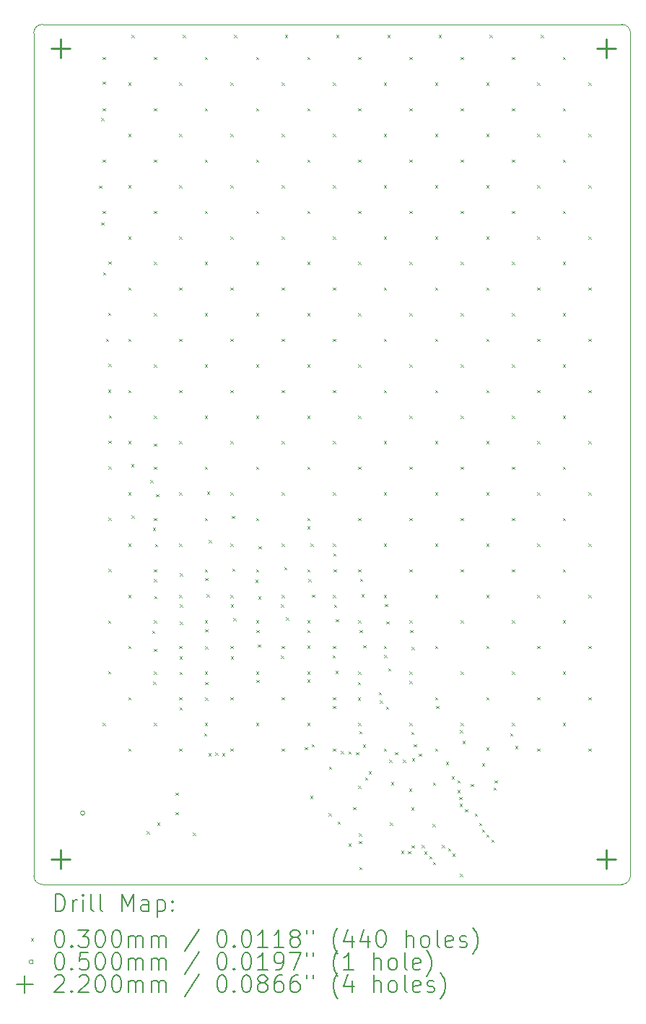
<source format=gbr>
%TF.GenerationSoftware,KiCad,Pcbnew,9.0.1*%
%TF.CreationDate,2025-10-31T14:17:24-04:00*%
%TF.ProjectId,main_display_board,6d61696e-5f64-4697-9370-6c61795f626f,rev?*%
%TF.SameCoordinates,Original*%
%TF.FileFunction,Drillmap*%
%TF.FilePolarity,Positive*%
%FSLAX45Y45*%
G04 Gerber Fmt 4.5, Leading zero omitted, Abs format (unit mm)*
G04 Created by KiCad (PCBNEW 9.0.1) date 2025-10-31 14:17:24*
%MOMM*%
%LPD*%
G01*
G04 APERTURE LIST*
%ADD10C,0.100000*%
%ADD11C,0.200000*%
%ADD12C,0.220000*%
G04 APERTURE END LIST*
D10*
X4535000Y-4165000D02*
G75*
G02*
X4635000Y-4065000I100000J0D01*
G01*
X4635000Y-14140000D02*
G75*
G02*
X4535000Y-14040000I0J100000D01*
G01*
X4735000Y-4065000D02*
X4635000Y-4065000D01*
X4535000Y-4265000D02*
X4535000Y-4165000D01*
X4535000Y-13940000D02*
X4535000Y-14040000D01*
X4735000Y-14140000D02*
X4635000Y-14140000D01*
X11535000Y-4265000D02*
X11535000Y-13940000D01*
X4785000Y-4065000D02*
X11285000Y-4065000D01*
X4785000Y-4065000D02*
X4735000Y-4065000D01*
X11435000Y-4065000D02*
G75*
G02*
X11535000Y-4165000I0J-100000D01*
G01*
X11285000Y-4065000D02*
X11435000Y-4065000D01*
X11535000Y-13940000D02*
X11535000Y-14040000D01*
X11285000Y-14140000D02*
X11435000Y-14140000D01*
X11535000Y-14040000D02*
G75*
G02*
X11435000Y-14140000I-100000J0D01*
G01*
X4785000Y-14140000D02*
X4735000Y-14140000D01*
X4535000Y-13940000D02*
X4535000Y-4265000D01*
X11535000Y-4265000D02*
X11535000Y-4165000D01*
X11285000Y-14140000D02*
X4785000Y-14140000D01*
D11*
D10*
X5302500Y-5953750D02*
X5332500Y-5983750D01*
X5332500Y-5953750D02*
X5302500Y-5983750D01*
X5327500Y-5162500D02*
X5357500Y-5192500D01*
X5357500Y-5162500D02*
X5327500Y-5192500D01*
X5327500Y-6383750D02*
X5357500Y-6413750D01*
X5357500Y-6383750D02*
X5327500Y-6413750D01*
X5342500Y-4447500D02*
X5372500Y-4477500D01*
X5372500Y-4447500D02*
X5342500Y-4477500D01*
X5342500Y-5047500D02*
X5372500Y-5077500D01*
X5372500Y-5047500D02*
X5342500Y-5077500D01*
X5342500Y-5647500D02*
X5372500Y-5677500D01*
X5372500Y-5647500D02*
X5342500Y-5677500D01*
X5342500Y-6247500D02*
X5372500Y-6277500D01*
X5372500Y-6247500D02*
X5342500Y-6277500D01*
X5342500Y-12247500D02*
X5372500Y-12277500D01*
X5372500Y-12247500D02*
X5342500Y-12277500D01*
X5345000Y-4735000D02*
X5375000Y-4765000D01*
X5375000Y-4735000D02*
X5345000Y-4765000D01*
X5347500Y-6968750D02*
X5377500Y-6998750D01*
X5377500Y-6968750D02*
X5347500Y-6998750D01*
X5382500Y-7748750D02*
X5412500Y-7778750D01*
X5412500Y-7748750D02*
X5382500Y-7778750D01*
X5407500Y-7443750D02*
X5437500Y-7473750D01*
X5437500Y-7443750D02*
X5407500Y-7473750D01*
X5407500Y-8343750D02*
X5437500Y-8373750D01*
X5437500Y-8343750D02*
X5407500Y-8373750D01*
X5407500Y-11643750D02*
X5437500Y-11673750D01*
X5437500Y-11643750D02*
X5407500Y-11673750D01*
X5408915Y-11050497D02*
X5438915Y-11080497D01*
X5438915Y-11050497D02*
X5408915Y-11080497D01*
X5411930Y-8941217D02*
X5441930Y-8971217D01*
X5441930Y-8941217D02*
X5411930Y-8971217D01*
X5412380Y-8041776D02*
X5442380Y-8071776D01*
X5442380Y-8041776D02*
X5412380Y-8071776D01*
X5412471Y-9841887D02*
X5442471Y-9871887D01*
X5442471Y-9841887D02*
X5412471Y-9871887D01*
X5412746Y-10442219D02*
X5442746Y-10472219D01*
X5442746Y-10442219D02*
X5412746Y-10472219D01*
X5413005Y-6842527D02*
X5443005Y-6872527D01*
X5443005Y-6842527D02*
X5413005Y-6872527D01*
X5413005Y-9242527D02*
X5443005Y-9272527D01*
X5443005Y-9242527D02*
X5413005Y-9272527D01*
X5414071Y-8643740D02*
X5444071Y-8673740D01*
X5444071Y-8643740D02*
X5414071Y-8673740D01*
X5642500Y-4747500D02*
X5672500Y-4777500D01*
X5672500Y-4747500D02*
X5642500Y-4777500D01*
X5642500Y-5347500D02*
X5672500Y-5377500D01*
X5672500Y-5347500D02*
X5642500Y-5377500D01*
X5642500Y-5947500D02*
X5672500Y-5977500D01*
X5672500Y-5947500D02*
X5642500Y-5977500D01*
X5642500Y-6547500D02*
X5672500Y-6577500D01*
X5672500Y-6547500D02*
X5642500Y-6577500D01*
X5642500Y-7147500D02*
X5672500Y-7177500D01*
X5672500Y-7147500D02*
X5642500Y-7177500D01*
X5642500Y-7747500D02*
X5672500Y-7777500D01*
X5672500Y-7747500D02*
X5642500Y-7777500D01*
X5642500Y-8347500D02*
X5672500Y-8377500D01*
X5672500Y-8347500D02*
X5642500Y-8377500D01*
X5642500Y-8947500D02*
X5672500Y-8977500D01*
X5672500Y-8947500D02*
X5642500Y-8977500D01*
X5642500Y-9547500D02*
X5672500Y-9577500D01*
X5672500Y-9547500D02*
X5642500Y-9577500D01*
X5642500Y-10147500D02*
X5672500Y-10177500D01*
X5672500Y-10147500D02*
X5642500Y-10177500D01*
X5642500Y-10747500D02*
X5672500Y-10777500D01*
X5672500Y-10747500D02*
X5642500Y-10777500D01*
X5642500Y-11347500D02*
X5672500Y-11377500D01*
X5672500Y-11347500D02*
X5642500Y-11377500D01*
X5642500Y-11947500D02*
X5672500Y-11977500D01*
X5672500Y-11947500D02*
X5642500Y-11977500D01*
X5642500Y-12547500D02*
X5672500Y-12577500D01*
X5672500Y-12547500D02*
X5642500Y-12577500D01*
X5677500Y-9218750D02*
X5707500Y-9248750D01*
X5707500Y-9218750D02*
X5677500Y-9248750D01*
X5682500Y-9818750D02*
X5712500Y-9848750D01*
X5712500Y-9818750D02*
X5682500Y-9848750D01*
X5683135Y-4188135D02*
X5713135Y-4218135D01*
X5713135Y-4188135D02*
X5683135Y-4218135D01*
X5860000Y-13520000D02*
X5890000Y-13550000D01*
X5890000Y-13520000D02*
X5860000Y-13550000D01*
X5902500Y-9403750D02*
X5932500Y-9433750D01*
X5932500Y-9403750D02*
X5902500Y-9433750D01*
X5924606Y-11170058D02*
X5954606Y-11200058D01*
X5954606Y-11170058D02*
X5924606Y-11200058D01*
X5932500Y-9963750D02*
X5962500Y-9993750D01*
X5962500Y-9963750D02*
X5932500Y-9993750D01*
X5935000Y-11765000D02*
X5965000Y-11795000D01*
X5965000Y-11765000D02*
X5935000Y-11795000D01*
X5942500Y-4447500D02*
X5972500Y-4477500D01*
X5972500Y-4447500D02*
X5942500Y-4477500D01*
X5942500Y-5047500D02*
X5972500Y-5077500D01*
X5972500Y-5047500D02*
X5942500Y-5077500D01*
X5942500Y-5647500D02*
X5972500Y-5677500D01*
X5972500Y-5647500D02*
X5942500Y-5677500D01*
X5942500Y-6247500D02*
X5972500Y-6277500D01*
X5972500Y-6247500D02*
X5942500Y-6277500D01*
X5942500Y-6847500D02*
X5972500Y-6877500D01*
X5972500Y-6847500D02*
X5942500Y-6877500D01*
X5942500Y-7447500D02*
X5972500Y-7477500D01*
X5972500Y-7447500D02*
X5942500Y-7477500D01*
X5942500Y-8047500D02*
X5972500Y-8077500D01*
X5972500Y-8047500D02*
X5942500Y-8077500D01*
X5942500Y-8647500D02*
X5972500Y-8677500D01*
X5972500Y-8647500D02*
X5942500Y-8677500D01*
X5942500Y-8973750D02*
X5972500Y-9003750D01*
X5972500Y-8973750D02*
X5942500Y-9003750D01*
X5942500Y-9247500D02*
X5972500Y-9277500D01*
X5972500Y-9247500D02*
X5942500Y-9277500D01*
X5942500Y-9847500D02*
X5972500Y-9877500D01*
X5972500Y-9847500D02*
X5942500Y-9877500D01*
X5942500Y-10447500D02*
X5972500Y-10477500D01*
X5972500Y-10447500D02*
X5942500Y-10477500D01*
X5942500Y-10563750D02*
X5972500Y-10593750D01*
X5972500Y-10563750D02*
X5942500Y-10593750D01*
X5942500Y-11047500D02*
X5972500Y-11077500D01*
X5972500Y-11047500D02*
X5942500Y-11077500D01*
X5942500Y-11647500D02*
X5972500Y-11677500D01*
X5972500Y-11647500D02*
X5942500Y-11677500D01*
X5942500Y-12247500D02*
X5972500Y-12277500D01*
X5972500Y-12247500D02*
X5942500Y-12277500D01*
X5943125Y-11378125D02*
X5973125Y-11408125D01*
X5973125Y-11378125D02*
X5943125Y-11408125D01*
X5947500Y-10763750D02*
X5977500Y-10793750D01*
X5977500Y-10763750D02*
X5947500Y-10793750D01*
X5957500Y-10153750D02*
X5987500Y-10183750D01*
X5987500Y-10153750D02*
X5957500Y-10183750D01*
X5970000Y-9566250D02*
X6000000Y-9596250D01*
X6000000Y-9566250D02*
X5970000Y-9596250D01*
X5982500Y-13416250D02*
X6012500Y-13446250D01*
X6012500Y-13416250D02*
X5982500Y-13446250D01*
X6200000Y-13065000D02*
X6230000Y-13095000D01*
X6230000Y-13065000D02*
X6200000Y-13095000D01*
X6200000Y-13295000D02*
X6230000Y-13325000D01*
X6230000Y-13295000D02*
X6200000Y-13325000D01*
X6242500Y-4747500D02*
X6272500Y-4777500D01*
X6272500Y-4747500D02*
X6242500Y-4777500D01*
X6242500Y-5347500D02*
X6272500Y-5377500D01*
X6272500Y-5347500D02*
X6242500Y-5377500D01*
X6242500Y-5947500D02*
X6272500Y-5977500D01*
X6272500Y-5947500D02*
X6242500Y-5977500D01*
X6242500Y-6547500D02*
X6272500Y-6577500D01*
X6272500Y-6547500D02*
X6242500Y-6577500D01*
X6242500Y-7147500D02*
X6272500Y-7177500D01*
X6272500Y-7147500D02*
X6242500Y-7177500D01*
X6242500Y-7747500D02*
X6272500Y-7777500D01*
X6272500Y-7747500D02*
X6242500Y-7777500D01*
X6242500Y-8347500D02*
X6272500Y-8377500D01*
X6272500Y-8347500D02*
X6242500Y-8377500D01*
X6242500Y-8947500D02*
X6272500Y-8977500D01*
X6272500Y-8947500D02*
X6242500Y-8977500D01*
X6242500Y-9547500D02*
X6272500Y-9577500D01*
X6272500Y-9547500D02*
X6242500Y-9577500D01*
X6242500Y-10147500D02*
X6272500Y-10177500D01*
X6272500Y-10147500D02*
X6242500Y-10177500D01*
X6242500Y-10747500D02*
X6272500Y-10777500D01*
X6272500Y-10747500D02*
X6242500Y-10777500D01*
X6242500Y-11347500D02*
X6272500Y-11377500D01*
X6272500Y-11347500D02*
X6242500Y-11377500D01*
X6242500Y-11947500D02*
X6272500Y-11977500D01*
X6272500Y-11947500D02*
X6242500Y-11977500D01*
X6242500Y-12547500D02*
X6272500Y-12577500D01*
X6272500Y-12547500D02*
X6242500Y-12577500D01*
X6243679Y-12066513D02*
X6273679Y-12096513D01*
X6273679Y-12066513D02*
X6243679Y-12096513D01*
X6245000Y-11470000D02*
X6275000Y-11500000D01*
X6275000Y-11470000D02*
X6245000Y-11500000D01*
X6245000Y-11650000D02*
X6275000Y-11680000D01*
X6275000Y-11650000D02*
X6245000Y-11680000D01*
X6249875Y-10860000D02*
X6279875Y-10890000D01*
X6279875Y-10860000D02*
X6249875Y-10890000D01*
X6249875Y-11062103D02*
X6279875Y-11092103D01*
X6279875Y-11062103D02*
X6249875Y-11092103D01*
X6250000Y-10495000D02*
X6280000Y-10525000D01*
X6280000Y-10495000D02*
X6250000Y-10525000D01*
X6283135Y-4188135D02*
X6313135Y-4218135D01*
X6313135Y-4188135D02*
X6283135Y-4218135D01*
X6402500Y-13533750D02*
X6432500Y-13563750D01*
X6432500Y-13533750D02*
X6402500Y-13563750D01*
X6535000Y-12370000D02*
X6565000Y-12400000D01*
X6565000Y-12370000D02*
X6535000Y-12400000D01*
X6542500Y-4447500D02*
X6572500Y-4477500D01*
X6572500Y-4447500D02*
X6542500Y-4477500D01*
X6542500Y-5047500D02*
X6572500Y-5077500D01*
X6572500Y-5047500D02*
X6542500Y-5077500D01*
X6542500Y-5647500D02*
X6572500Y-5677500D01*
X6572500Y-5647500D02*
X6542500Y-5677500D01*
X6542500Y-6247500D02*
X6572500Y-6277500D01*
X6572500Y-6247500D02*
X6542500Y-6277500D01*
X6542500Y-6847500D02*
X6572500Y-6877500D01*
X6572500Y-6847500D02*
X6542500Y-6877500D01*
X6542500Y-7447500D02*
X6572500Y-7477500D01*
X6572500Y-7447500D02*
X6542500Y-7477500D01*
X6542500Y-8047500D02*
X6572500Y-8077500D01*
X6572500Y-8047500D02*
X6542500Y-8077500D01*
X6542500Y-8647500D02*
X6572500Y-8677500D01*
X6572500Y-8647500D02*
X6542500Y-8677500D01*
X6542500Y-9247500D02*
X6572500Y-9277500D01*
X6572500Y-9247500D02*
X6542500Y-9277500D01*
X6542500Y-9847500D02*
X6572500Y-9877500D01*
X6572500Y-9847500D02*
X6542500Y-9877500D01*
X6542500Y-10447500D02*
X6572500Y-10477500D01*
X6572500Y-10447500D02*
X6542500Y-10477500D01*
X6542500Y-11047500D02*
X6572500Y-11077500D01*
X6572500Y-11047500D02*
X6542500Y-11077500D01*
X6542500Y-11647500D02*
X6572500Y-11677500D01*
X6572500Y-11647500D02*
X6542500Y-11677500D01*
X6542500Y-12247500D02*
X6572500Y-12277500D01*
X6572500Y-12247500D02*
X6542500Y-12277500D01*
X6545000Y-10550000D02*
X6575000Y-10580000D01*
X6575000Y-10550000D02*
X6545000Y-10580000D01*
X6545000Y-11150000D02*
X6575000Y-11180000D01*
X6575000Y-11150000D02*
X6545000Y-11180000D01*
X6545000Y-11350000D02*
X6575000Y-11380000D01*
X6575000Y-11350000D02*
X6545000Y-11380000D01*
X6545000Y-11770000D02*
X6575000Y-11800000D01*
X6575000Y-11770000D02*
X6545000Y-11800000D01*
X6545000Y-11950000D02*
X6575000Y-11980000D01*
X6575000Y-11950000D02*
X6545000Y-11980000D01*
X6565000Y-10740000D02*
X6595000Y-10770000D01*
X6595000Y-10740000D02*
X6565000Y-10770000D01*
X6567500Y-9538750D02*
X6597500Y-9568750D01*
X6597500Y-9538750D02*
X6567500Y-9568750D01*
X6585914Y-12601579D02*
X6615914Y-12631579D01*
X6615914Y-12601579D02*
X6585914Y-12631579D01*
X6588051Y-10104302D02*
X6618051Y-10134302D01*
X6618051Y-10104302D02*
X6588051Y-10134302D01*
X6665642Y-12594982D02*
X6695642Y-12624982D01*
X6695642Y-12594982D02*
X6665642Y-12624982D01*
X6745218Y-12603209D02*
X6775218Y-12633209D01*
X6775218Y-12603209D02*
X6745218Y-12633209D01*
X6842500Y-4747500D02*
X6872500Y-4777500D01*
X6872500Y-4747500D02*
X6842500Y-4777500D01*
X6842500Y-5347500D02*
X6872500Y-5377500D01*
X6872500Y-5347500D02*
X6842500Y-5377500D01*
X6842500Y-5947500D02*
X6872500Y-5977500D01*
X6872500Y-5947500D02*
X6842500Y-5977500D01*
X6842500Y-6547500D02*
X6872500Y-6577500D01*
X6872500Y-6547500D02*
X6842500Y-6577500D01*
X6842500Y-7147500D02*
X6872500Y-7177500D01*
X6872500Y-7147500D02*
X6842500Y-7177500D01*
X6842500Y-7747500D02*
X6872500Y-7777500D01*
X6872500Y-7747500D02*
X6842500Y-7777500D01*
X6842500Y-8347500D02*
X6872500Y-8377500D01*
X6872500Y-8347500D02*
X6842500Y-8377500D01*
X6842500Y-8947500D02*
X6872500Y-8977500D01*
X6872500Y-8947500D02*
X6842500Y-8977500D01*
X6842500Y-9547500D02*
X6872500Y-9577500D01*
X6872500Y-9547500D02*
X6842500Y-9577500D01*
X6842500Y-10147500D02*
X6872500Y-10177500D01*
X6872500Y-10147500D02*
X6842500Y-10177500D01*
X6842500Y-10747500D02*
X6872500Y-10777500D01*
X6872500Y-10747500D02*
X6842500Y-10777500D01*
X6842500Y-11347500D02*
X6872500Y-11377500D01*
X6872500Y-11347500D02*
X6842500Y-11377500D01*
X6842500Y-11947500D02*
X6872500Y-11977500D01*
X6872500Y-11947500D02*
X6842500Y-11977500D01*
X6842500Y-12547500D02*
X6872500Y-12577500D01*
X6872500Y-12547500D02*
X6842500Y-12577500D01*
X6845000Y-10860000D02*
X6875000Y-10890000D01*
X6875000Y-10860000D02*
X6845000Y-10890000D01*
X6845000Y-11470000D02*
X6875000Y-11500000D01*
X6875000Y-11470000D02*
X6845000Y-11500000D01*
X6860902Y-9823188D02*
X6890902Y-9853188D01*
X6890902Y-9823188D02*
X6860902Y-9853188D01*
X6865000Y-10440000D02*
X6895000Y-10470000D01*
X6895000Y-10440000D02*
X6865000Y-10470000D01*
X6875000Y-11020000D02*
X6905000Y-11050000D01*
X6905000Y-11020000D02*
X6875000Y-11050000D01*
X6883135Y-4188135D02*
X6913135Y-4218135D01*
X6913135Y-4188135D02*
X6883135Y-4218135D01*
X7135000Y-10570000D02*
X7165000Y-10600000D01*
X7165000Y-10570000D02*
X7135000Y-10600000D01*
X7142500Y-4447500D02*
X7172500Y-4477500D01*
X7172500Y-4447500D02*
X7142500Y-4477500D01*
X7142500Y-5047500D02*
X7172500Y-5077500D01*
X7172500Y-5047500D02*
X7142500Y-5077500D01*
X7142500Y-5647500D02*
X7172500Y-5677500D01*
X7172500Y-5647500D02*
X7142500Y-5677500D01*
X7142500Y-6247500D02*
X7172500Y-6277500D01*
X7172500Y-6247500D02*
X7142500Y-6277500D01*
X7142500Y-6847500D02*
X7172500Y-6877500D01*
X7172500Y-6847500D02*
X7142500Y-6877500D01*
X7142500Y-7447500D02*
X7172500Y-7477500D01*
X7172500Y-7447500D02*
X7142500Y-7477500D01*
X7142500Y-8047500D02*
X7172500Y-8077500D01*
X7172500Y-8047500D02*
X7142500Y-8077500D01*
X7142500Y-8647500D02*
X7172500Y-8677500D01*
X7172500Y-8647500D02*
X7142500Y-8677500D01*
X7142500Y-9247500D02*
X7172500Y-9277500D01*
X7172500Y-9247500D02*
X7142500Y-9277500D01*
X7142500Y-9847500D02*
X7172500Y-9877500D01*
X7172500Y-9847500D02*
X7142500Y-9877500D01*
X7142500Y-10447500D02*
X7172500Y-10477500D01*
X7172500Y-10447500D02*
X7142500Y-10477500D01*
X7142500Y-11047500D02*
X7172500Y-11077500D01*
X7172500Y-11047500D02*
X7142500Y-11077500D01*
X7142500Y-11647500D02*
X7172500Y-11677500D01*
X7172500Y-11647500D02*
X7142500Y-11677500D01*
X7142500Y-12247500D02*
X7172500Y-12277500D01*
X7172500Y-12247500D02*
X7142500Y-12277500D01*
X7145000Y-11160000D02*
X7175000Y-11190000D01*
X7175000Y-11160000D02*
X7145000Y-11190000D01*
X7146513Y-11744746D02*
X7176513Y-11774746D01*
X7176513Y-11744746D02*
X7146513Y-11774746D01*
X7165000Y-11330000D02*
X7195000Y-11360000D01*
X7195000Y-11330000D02*
X7165000Y-11360000D01*
X7170000Y-10765000D02*
X7200000Y-10795000D01*
X7200000Y-10765000D02*
X7170000Y-10795000D01*
X7172500Y-10178750D02*
X7202500Y-10208750D01*
X7202500Y-10178750D02*
X7172500Y-10208750D01*
X7435000Y-10860000D02*
X7465000Y-10890000D01*
X7465000Y-10860000D02*
X7435000Y-10890000D01*
X7435000Y-11460000D02*
X7465000Y-11490000D01*
X7465000Y-11460000D02*
X7435000Y-11490000D01*
X7442500Y-4747500D02*
X7472500Y-4777500D01*
X7472500Y-4747500D02*
X7442500Y-4777500D01*
X7442500Y-5347500D02*
X7472500Y-5377500D01*
X7472500Y-5347500D02*
X7442500Y-5377500D01*
X7442500Y-5947500D02*
X7472500Y-5977500D01*
X7472500Y-5947500D02*
X7442500Y-5977500D01*
X7442500Y-6547500D02*
X7472500Y-6577500D01*
X7472500Y-6547500D02*
X7442500Y-6577500D01*
X7442500Y-7147500D02*
X7472500Y-7177500D01*
X7472500Y-7147500D02*
X7442500Y-7177500D01*
X7442500Y-7747500D02*
X7472500Y-7777500D01*
X7472500Y-7747500D02*
X7442500Y-7777500D01*
X7442500Y-8347500D02*
X7472500Y-8377500D01*
X7472500Y-8347500D02*
X7442500Y-8377500D01*
X7442500Y-8947500D02*
X7472500Y-8977500D01*
X7472500Y-8947500D02*
X7442500Y-8977500D01*
X7442500Y-9547500D02*
X7472500Y-9577500D01*
X7472500Y-9547500D02*
X7442500Y-9577500D01*
X7442500Y-10147500D02*
X7472500Y-10177500D01*
X7472500Y-10147500D02*
X7442500Y-10177500D01*
X7442500Y-10747500D02*
X7472500Y-10777500D01*
X7472500Y-10747500D02*
X7442500Y-10777500D01*
X7442500Y-11347500D02*
X7472500Y-11377500D01*
X7472500Y-11347500D02*
X7442500Y-11377500D01*
X7442500Y-11947500D02*
X7472500Y-11977500D01*
X7472500Y-11947500D02*
X7442500Y-11977500D01*
X7442500Y-12547500D02*
X7472500Y-12577500D01*
X7472500Y-12547500D02*
X7442500Y-12577500D01*
X7472500Y-10423750D02*
X7502500Y-10453750D01*
X7502500Y-10423750D02*
X7472500Y-10453750D01*
X7483135Y-4188135D02*
X7513135Y-4218135D01*
X7513135Y-4188135D02*
X7483135Y-4218135D01*
X7495000Y-11010000D02*
X7525000Y-11040000D01*
X7525000Y-11010000D02*
X7495000Y-11040000D01*
X7715942Y-12532500D02*
X7745942Y-12562500D01*
X7745942Y-12532500D02*
X7715942Y-12562500D01*
X7742500Y-4447500D02*
X7772500Y-4477500D01*
X7772500Y-4447500D02*
X7742500Y-4477500D01*
X7742500Y-5047500D02*
X7772500Y-5077500D01*
X7772500Y-5047500D02*
X7742500Y-5077500D01*
X7742500Y-5647500D02*
X7772500Y-5677500D01*
X7772500Y-5647500D02*
X7742500Y-5677500D01*
X7742500Y-6247500D02*
X7772500Y-6277500D01*
X7772500Y-6247500D02*
X7742500Y-6277500D01*
X7742500Y-6847500D02*
X7772500Y-6877500D01*
X7772500Y-6847500D02*
X7742500Y-6877500D01*
X7742500Y-7447500D02*
X7772500Y-7477500D01*
X7772500Y-7447500D02*
X7742500Y-7477500D01*
X7742500Y-8047500D02*
X7772500Y-8077500D01*
X7772500Y-8047500D02*
X7742500Y-8077500D01*
X7742500Y-8647500D02*
X7772500Y-8677500D01*
X7772500Y-8647500D02*
X7742500Y-8677500D01*
X7742500Y-9247500D02*
X7772500Y-9277500D01*
X7772500Y-9247500D02*
X7742500Y-9277500D01*
X7742500Y-9847500D02*
X7772500Y-9877500D01*
X7772500Y-9847500D02*
X7742500Y-9877500D01*
X7742500Y-9943750D02*
X7772500Y-9973750D01*
X7772500Y-9943750D02*
X7742500Y-9973750D01*
X7742500Y-10447500D02*
X7772500Y-10477500D01*
X7772500Y-10447500D02*
X7742500Y-10477500D01*
X7742500Y-11047500D02*
X7772500Y-11077500D01*
X7772500Y-11047500D02*
X7742500Y-11077500D01*
X7742500Y-11647500D02*
X7772500Y-11677500D01*
X7772500Y-11647500D02*
X7742500Y-11677500D01*
X7742500Y-12247500D02*
X7772500Y-12277500D01*
X7772500Y-12247500D02*
X7742500Y-12277500D01*
X7745000Y-11160000D02*
X7775000Y-11190000D01*
X7775000Y-11160000D02*
X7745000Y-11190000D01*
X7745000Y-11340000D02*
X7775000Y-11370000D01*
X7775000Y-11340000D02*
X7745000Y-11370000D01*
X7745000Y-11740000D02*
X7775000Y-11770000D01*
X7775000Y-11740000D02*
X7745000Y-11770000D01*
X7757500Y-10563750D02*
X7787500Y-10593750D01*
X7787500Y-10563750D02*
X7757500Y-10593750D01*
X7777500Y-13103750D02*
X7807500Y-13133750D01*
X7807500Y-13103750D02*
X7777500Y-13133750D01*
X7782500Y-10148750D02*
X7812500Y-10178750D01*
X7812500Y-10148750D02*
X7782500Y-10178750D01*
X7795061Y-12499001D02*
X7825061Y-12529001D01*
X7825061Y-12499001D02*
X7795061Y-12529001D01*
X7797500Y-10743750D02*
X7827500Y-10773750D01*
X7827500Y-10743750D02*
X7797500Y-10773750D01*
X7995000Y-13307500D02*
X8025000Y-13337500D01*
X8025000Y-13307500D02*
X7995000Y-13337500D01*
X7997500Y-12758750D02*
X8027500Y-12788750D01*
X8027500Y-12758750D02*
X7997500Y-12788750D01*
X8038417Y-11455628D02*
X8068417Y-11485628D01*
X8068417Y-11455628D02*
X8038417Y-11485628D01*
X8042500Y-4747500D02*
X8072500Y-4777500D01*
X8072500Y-4747500D02*
X8042500Y-4777500D01*
X8042500Y-5347500D02*
X8072500Y-5377500D01*
X8072500Y-5347500D02*
X8042500Y-5377500D01*
X8042500Y-5947500D02*
X8072500Y-5977500D01*
X8072500Y-5947500D02*
X8042500Y-5977500D01*
X8042500Y-6547500D02*
X8072500Y-6577500D01*
X8072500Y-6547500D02*
X8042500Y-6577500D01*
X8042500Y-7147500D02*
X8072500Y-7177500D01*
X8072500Y-7147500D02*
X8042500Y-7177500D01*
X8042500Y-7747500D02*
X8072500Y-7777500D01*
X8072500Y-7747500D02*
X8042500Y-7777500D01*
X8042500Y-8347500D02*
X8072500Y-8377500D01*
X8072500Y-8347500D02*
X8042500Y-8377500D01*
X8042500Y-8947500D02*
X8072500Y-8977500D01*
X8072500Y-8947500D02*
X8042500Y-8977500D01*
X8042500Y-9547500D02*
X8072500Y-9577500D01*
X8072500Y-9547500D02*
X8042500Y-9577500D01*
X8042500Y-10147500D02*
X8072500Y-10177500D01*
X8072500Y-10147500D02*
X8042500Y-10177500D01*
X8042500Y-10747500D02*
X8072500Y-10777500D01*
X8072500Y-10747500D02*
X8042500Y-10777500D01*
X8042500Y-11347500D02*
X8072500Y-11377500D01*
X8072500Y-11347500D02*
X8042500Y-11377500D01*
X8042500Y-11947500D02*
X8072500Y-11977500D01*
X8072500Y-11947500D02*
X8042500Y-11977500D01*
X8042500Y-12547500D02*
X8072500Y-12577500D01*
X8072500Y-12547500D02*
X8042500Y-12577500D01*
X8045000Y-12050000D02*
X8075000Y-12080000D01*
X8075000Y-12050000D02*
X8045000Y-12080000D01*
X8047500Y-10263750D02*
X8077500Y-10293750D01*
X8077500Y-10263750D02*
X8047500Y-10293750D01*
X8052500Y-10448750D02*
X8082500Y-10478750D01*
X8082500Y-10448750D02*
X8052500Y-10478750D01*
X8058877Y-10862066D02*
X8088877Y-10892066D01*
X8088877Y-10862066D02*
X8058877Y-10892066D01*
X8075000Y-11640000D02*
X8105000Y-11670000D01*
X8105000Y-11640000D02*
X8075000Y-11670000D01*
X8077500Y-11033750D02*
X8107500Y-11063750D01*
X8107500Y-11033750D02*
X8077500Y-11063750D01*
X8083135Y-4188135D02*
X8113135Y-4218135D01*
X8113135Y-4188135D02*
X8083135Y-4218135D01*
X8100000Y-13402500D02*
X8130000Y-13432500D01*
X8130000Y-13402500D02*
X8100000Y-13432500D01*
X8137025Y-12579619D02*
X8167025Y-12609619D01*
X8167025Y-12579619D02*
X8137025Y-12609619D01*
X8227384Y-12583701D02*
X8257384Y-12613701D01*
X8257384Y-12583701D02*
X8227384Y-12613701D01*
X8227500Y-13662786D02*
X8257500Y-13692786D01*
X8257500Y-13662786D02*
X8227500Y-13692786D01*
X8279779Y-13232721D02*
X8309779Y-13262721D01*
X8309779Y-13232721D02*
X8279779Y-13262721D01*
X8315000Y-12590000D02*
X8345000Y-12620000D01*
X8345000Y-12590000D02*
X8315000Y-12620000D01*
X8335000Y-11770000D02*
X8365000Y-11800000D01*
X8365000Y-11770000D02*
X8335000Y-11800000D01*
X8335000Y-11950000D02*
X8365000Y-11980000D01*
X8365000Y-11950000D02*
X8335000Y-11980000D01*
X8342500Y-4447500D02*
X8372500Y-4477500D01*
X8372500Y-4447500D02*
X8342500Y-4477500D01*
X8342500Y-5047500D02*
X8372500Y-5077500D01*
X8372500Y-5047500D02*
X8342500Y-5077500D01*
X8342500Y-5647500D02*
X8372500Y-5677500D01*
X8372500Y-5647500D02*
X8342500Y-5677500D01*
X8342500Y-6247500D02*
X8372500Y-6277500D01*
X8372500Y-6247500D02*
X8342500Y-6277500D01*
X8342500Y-6847500D02*
X8372500Y-6877500D01*
X8372500Y-6847500D02*
X8342500Y-6877500D01*
X8342500Y-7447500D02*
X8372500Y-7477500D01*
X8372500Y-7447500D02*
X8342500Y-7477500D01*
X8342500Y-8047500D02*
X8372500Y-8077500D01*
X8372500Y-8047500D02*
X8342500Y-8077500D01*
X8342500Y-8647500D02*
X8372500Y-8677500D01*
X8372500Y-8647500D02*
X8342500Y-8677500D01*
X8342500Y-9247500D02*
X8372500Y-9277500D01*
X8372500Y-9247500D02*
X8342500Y-9277500D01*
X8342500Y-9847500D02*
X8372500Y-9877500D01*
X8372500Y-9847500D02*
X8342500Y-9877500D01*
X8342500Y-10447500D02*
X8372500Y-10477500D01*
X8372500Y-10447500D02*
X8342500Y-10477500D01*
X8342500Y-11047500D02*
X8372500Y-11077500D01*
X8372500Y-11047500D02*
X8342500Y-11077500D01*
X8342500Y-11647500D02*
X8372500Y-11677500D01*
X8372500Y-11647500D02*
X8342500Y-11677500D01*
X8342500Y-12247500D02*
X8372500Y-12277500D01*
X8372500Y-12247500D02*
X8342500Y-12277500D01*
X8342500Y-12983750D02*
X8372500Y-13013750D01*
X8372500Y-12983750D02*
X8342500Y-13013750D01*
X8347500Y-13542786D02*
X8377500Y-13572786D01*
X8377500Y-13542786D02*
X8347500Y-13572786D01*
X8347500Y-13630786D02*
X8377500Y-13660786D01*
X8377500Y-13630786D02*
X8347500Y-13660786D01*
X8354016Y-12343869D02*
X8384016Y-12373869D01*
X8384016Y-12343869D02*
X8354016Y-12373869D01*
X8355000Y-13935633D02*
X8385000Y-13965633D01*
X8385000Y-13935633D02*
X8355000Y-13965633D01*
X8357500Y-11158750D02*
X8387500Y-11188750D01*
X8387500Y-11158750D02*
X8357500Y-11188750D01*
X8362500Y-10558750D02*
X8392500Y-10588750D01*
X8392500Y-10558750D02*
X8362500Y-10588750D01*
X8377500Y-10738750D02*
X8407500Y-10768750D01*
X8407500Y-10738750D02*
X8377500Y-10768750D01*
X8395511Y-12503662D02*
X8425511Y-12533662D01*
X8425511Y-12503662D02*
X8395511Y-12533662D01*
X8400100Y-11338750D02*
X8430100Y-11368750D01*
X8430100Y-11338750D02*
X8400100Y-11368750D01*
X8422500Y-12888750D02*
X8452500Y-12918750D01*
X8452500Y-12888750D02*
X8422500Y-12918750D01*
X8465000Y-12816250D02*
X8495000Y-12846250D01*
X8495000Y-12816250D02*
X8465000Y-12846250D01*
X8583125Y-11888125D02*
X8613125Y-11918125D01*
X8613125Y-11888125D02*
X8583125Y-11918125D01*
X8595699Y-11985551D02*
X8625699Y-12015551D01*
X8625699Y-11985551D02*
X8595699Y-12015551D01*
X8642500Y-4747500D02*
X8672500Y-4777500D01*
X8672500Y-4747500D02*
X8642500Y-4777500D01*
X8642500Y-5347500D02*
X8672500Y-5377500D01*
X8672500Y-5347500D02*
X8642500Y-5377500D01*
X8642500Y-5947500D02*
X8672500Y-5977500D01*
X8672500Y-5947500D02*
X8642500Y-5977500D01*
X8642500Y-6547500D02*
X8672500Y-6577500D01*
X8672500Y-6547500D02*
X8642500Y-6577500D01*
X8642500Y-7147500D02*
X8672500Y-7177500D01*
X8672500Y-7147500D02*
X8642500Y-7177500D01*
X8642500Y-7747500D02*
X8672500Y-7777500D01*
X8672500Y-7747500D02*
X8642500Y-7777500D01*
X8642500Y-8347500D02*
X8672500Y-8377500D01*
X8672500Y-8347500D02*
X8642500Y-8377500D01*
X8642500Y-8947500D02*
X8672500Y-8977500D01*
X8672500Y-8947500D02*
X8642500Y-8977500D01*
X8642500Y-9547500D02*
X8672500Y-9577500D01*
X8672500Y-9547500D02*
X8642500Y-9577500D01*
X8642500Y-10147500D02*
X8672500Y-10177500D01*
X8672500Y-10147500D02*
X8642500Y-10177500D01*
X8642500Y-10747500D02*
X8672500Y-10777500D01*
X8672500Y-10747500D02*
X8642500Y-10777500D01*
X8642500Y-11347500D02*
X8672500Y-11377500D01*
X8672500Y-11347500D02*
X8642500Y-11377500D01*
X8642500Y-12547500D02*
X8672500Y-12577500D01*
X8672500Y-12547500D02*
X8642500Y-12577500D01*
X8647500Y-11453750D02*
X8677500Y-11483750D01*
X8677500Y-11453750D02*
X8647500Y-11483750D01*
X8652500Y-10853750D02*
X8682500Y-10883750D01*
X8682500Y-10853750D02*
X8652500Y-10883750D01*
X8666397Y-12056250D02*
X8696397Y-12086250D01*
X8696397Y-12056250D02*
X8666397Y-12086250D01*
X8672500Y-11058750D02*
X8702500Y-11088750D01*
X8702500Y-11058750D02*
X8672500Y-11088750D01*
X8683135Y-4188135D02*
X8713135Y-4218135D01*
X8713135Y-4188135D02*
X8683135Y-4218135D01*
X8692500Y-11608750D02*
X8722500Y-11638750D01*
X8722500Y-11608750D02*
X8692500Y-11638750D01*
X8705000Y-12680000D02*
X8735000Y-12710000D01*
X8735000Y-12680000D02*
X8705000Y-12710000D01*
X8712500Y-13417786D02*
X8742500Y-13447786D01*
X8742500Y-13417786D02*
X8712500Y-13447786D01*
X8727500Y-12942786D02*
X8757500Y-12972786D01*
X8757500Y-12942786D02*
X8727500Y-12972786D01*
X8774800Y-12590000D02*
X8804800Y-12620000D01*
X8804800Y-12590000D02*
X8774800Y-12620000D01*
X8845000Y-13744154D02*
X8875000Y-13774154D01*
X8875000Y-13744154D02*
X8845000Y-13774154D01*
X8867500Y-12677787D02*
X8897500Y-12707787D01*
X8897500Y-12677787D02*
X8867500Y-12707787D01*
X8924755Y-13750410D02*
X8954755Y-13780410D01*
X8954755Y-13750410D02*
X8924755Y-13780410D01*
X8937500Y-13017786D02*
X8967500Y-13047786D01*
X8967500Y-13017786D02*
X8937500Y-13047786D01*
X8942500Y-4447500D02*
X8972500Y-4477500D01*
X8972500Y-4447500D02*
X8942500Y-4477500D01*
X8942500Y-5047500D02*
X8972500Y-5077500D01*
X8972500Y-5047500D02*
X8942500Y-5077500D01*
X8942500Y-5647500D02*
X8972500Y-5677500D01*
X8972500Y-5647500D02*
X8942500Y-5677500D01*
X8942500Y-6247500D02*
X8972500Y-6277500D01*
X8972500Y-6247500D02*
X8942500Y-6277500D01*
X8942500Y-6847500D02*
X8972500Y-6877500D01*
X8972500Y-6847500D02*
X8942500Y-6877500D01*
X8942500Y-7447500D02*
X8972500Y-7477500D01*
X8972500Y-7447500D02*
X8942500Y-7477500D01*
X8942500Y-8047500D02*
X8972500Y-8077500D01*
X8972500Y-8047500D02*
X8942500Y-8077500D01*
X8942500Y-8647500D02*
X8972500Y-8677500D01*
X8972500Y-8647500D02*
X8942500Y-8677500D01*
X8942500Y-9247500D02*
X8972500Y-9277500D01*
X8972500Y-9247500D02*
X8942500Y-9277500D01*
X8942500Y-9847500D02*
X8972500Y-9877500D01*
X8972500Y-9847500D02*
X8942500Y-9877500D01*
X8942500Y-10447500D02*
X8972500Y-10477500D01*
X8972500Y-10447500D02*
X8942500Y-10477500D01*
X8942500Y-11047500D02*
X8972500Y-11077500D01*
X8972500Y-11047500D02*
X8942500Y-11077500D01*
X8942500Y-11647500D02*
X8972500Y-11677500D01*
X8972500Y-11647500D02*
X8942500Y-11677500D01*
X8942500Y-11758750D02*
X8972500Y-11788750D01*
X8972500Y-11758750D02*
X8942500Y-11788750D01*
X8942500Y-12247500D02*
X8972500Y-12277500D01*
X8972500Y-12247500D02*
X8942500Y-12277500D01*
X8952500Y-11158750D02*
X8982500Y-11188750D01*
X8982500Y-11158750D02*
X8952500Y-11188750D01*
X8962500Y-12353750D02*
X8992500Y-12383750D01*
X8992500Y-12353750D02*
X8962500Y-12383750D01*
X8962500Y-13237786D02*
X8992500Y-13267786D01*
X8992500Y-13237786D02*
X8962500Y-13267786D01*
X8967500Y-11358750D02*
X8997500Y-11388750D01*
X8997500Y-11358750D02*
X8967500Y-11388750D01*
X8967500Y-13682786D02*
X8997500Y-13712786D01*
X8997500Y-13682786D02*
X8967500Y-13712786D01*
X8970000Y-12663750D02*
X9000000Y-12693750D01*
X9000000Y-12663750D02*
X8970000Y-12693750D01*
X8995007Y-12497346D02*
X9025007Y-12527346D01*
X9025007Y-12497346D02*
X8995007Y-12527346D01*
X9050000Y-12606250D02*
X9080000Y-12636250D01*
X9080000Y-12606250D02*
X9050000Y-12636250D01*
X9087500Y-13677786D02*
X9117500Y-13707786D01*
X9117500Y-13677786D02*
X9087500Y-13707786D01*
X9115000Y-13755000D02*
X9145000Y-13785000D01*
X9145000Y-13755000D02*
X9115000Y-13785000D01*
X9175000Y-13810000D02*
X9205000Y-13840000D01*
X9205000Y-13810000D02*
X9175000Y-13840000D01*
X9212500Y-13432786D02*
X9242500Y-13462786D01*
X9242500Y-13432786D02*
X9212500Y-13462786D01*
X9216928Y-13878133D02*
X9246928Y-13908133D01*
X9246928Y-13878133D02*
X9216928Y-13908133D01*
X9217500Y-12947786D02*
X9247500Y-12977786D01*
X9247500Y-12947786D02*
X9217500Y-12977786D01*
X9242500Y-4747500D02*
X9272500Y-4777500D01*
X9272500Y-4747500D02*
X9242500Y-4777500D01*
X9242500Y-5347500D02*
X9272500Y-5377500D01*
X9272500Y-5347500D02*
X9242500Y-5377500D01*
X9242500Y-5947500D02*
X9272500Y-5977500D01*
X9272500Y-5947500D02*
X9242500Y-5977500D01*
X9242500Y-6547500D02*
X9272500Y-6577500D01*
X9272500Y-6547500D02*
X9242500Y-6577500D01*
X9242500Y-7147500D02*
X9272500Y-7177500D01*
X9272500Y-7147500D02*
X9242500Y-7177500D01*
X9242500Y-7747500D02*
X9272500Y-7777500D01*
X9272500Y-7747500D02*
X9242500Y-7777500D01*
X9242500Y-8347500D02*
X9272500Y-8377500D01*
X9272500Y-8347500D02*
X9242500Y-8377500D01*
X9242500Y-8947500D02*
X9272500Y-8977500D01*
X9272500Y-8947500D02*
X9242500Y-8977500D01*
X9242500Y-9547500D02*
X9272500Y-9577500D01*
X9272500Y-9547500D02*
X9242500Y-9577500D01*
X9242500Y-10147500D02*
X9272500Y-10177500D01*
X9272500Y-10147500D02*
X9242500Y-10177500D01*
X9242500Y-10747500D02*
X9272500Y-10777500D01*
X9272500Y-10747500D02*
X9242500Y-10777500D01*
X9242500Y-11347500D02*
X9272500Y-11377500D01*
X9272500Y-11347500D02*
X9242500Y-11377500D01*
X9242500Y-11947500D02*
X9272500Y-11977500D01*
X9272500Y-11947500D02*
X9242500Y-11977500D01*
X9242500Y-12547500D02*
X9272500Y-12577500D01*
X9272500Y-12547500D02*
X9242500Y-12577500D01*
X9257500Y-12048750D02*
X9287500Y-12078750D01*
X9287500Y-12048750D02*
X9257500Y-12078750D01*
X9283135Y-4188135D02*
X9313135Y-4218135D01*
X9313135Y-4188135D02*
X9283135Y-4218135D01*
X9325000Y-13680000D02*
X9355000Y-13710000D01*
X9355000Y-13680000D02*
X9325000Y-13710000D01*
X9370190Y-12703703D02*
X9400190Y-12733703D01*
X9400190Y-12703703D02*
X9370190Y-12733703D01*
X9395232Y-13718308D02*
X9425232Y-13748308D01*
X9425232Y-13718308D02*
X9395232Y-13748308D01*
X9436050Y-12872300D02*
X9466050Y-12902300D01*
X9466050Y-12872300D02*
X9436050Y-12902300D01*
X9447105Y-13779212D02*
X9477105Y-13809212D01*
X9477105Y-13779212D02*
X9447105Y-13809212D01*
X9505462Y-13035286D02*
X9535462Y-13065286D01*
X9535462Y-13035286D02*
X9505462Y-13065286D01*
X9505562Y-12920286D02*
X9535562Y-12950286D01*
X9535562Y-12920286D02*
X9505562Y-12950286D01*
X9525000Y-13115000D02*
X9555000Y-13145000D01*
X9555000Y-13115000D02*
X9525000Y-13145000D01*
X9530322Y-13194823D02*
X9560322Y-13224823D01*
X9560322Y-13194823D02*
X9530322Y-13224823D01*
X9532500Y-12333750D02*
X9562500Y-12363750D01*
X9562500Y-12333750D02*
X9532500Y-12363750D01*
X9535734Y-14015489D02*
X9565734Y-14045489D01*
X9565734Y-14015489D02*
X9535734Y-14045489D01*
X9542500Y-4447500D02*
X9572500Y-4477500D01*
X9572500Y-4447500D02*
X9542500Y-4477500D01*
X9542500Y-5047500D02*
X9572500Y-5077500D01*
X9572500Y-5047500D02*
X9542500Y-5077500D01*
X9542500Y-5647500D02*
X9572500Y-5677500D01*
X9572500Y-5647500D02*
X9542500Y-5677500D01*
X9542500Y-6247500D02*
X9572500Y-6277500D01*
X9572500Y-6247500D02*
X9542500Y-6277500D01*
X9542500Y-6847500D02*
X9572500Y-6877500D01*
X9572500Y-6847500D02*
X9542500Y-6877500D01*
X9542500Y-7447500D02*
X9572500Y-7477500D01*
X9572500Y-7447500D02*
X9542500Y-7477500D01*
X9542500Y-8047500D02*
X9572500Y-8077500D01*
X9572500Y-8047500D02*
X9542500Y-8077500D01*
X9542500Y-8647500D02*
X9572500Y-8677500D01*
X9572500Y-8647500D02*
X9542500Y-8677500D01*
X9542500Y-9247500D02*
X9572500Y-9277500D01*
X9572500Y-9247500D02*
X9542500Y-9277500D01*
X9542500Y-9847500D02*
X9572500Y-9877500D01*
X9572500Y-9847500D02*
X9542500Y-9877500D01*
X9542500Y-10447500D02*
X9572500Y-10477500D01*
X9572500Y-10447500D02*
X9542500Y-10477500D01*
X9542500Y-11047500D02*
X9572500Y-11077500D01*
X9572500Y-11047500D02*
X9542500Y-11077500D01*
X9542500Y-11647500D02*
X9572500Y-11677500D01*
X9572500Y-11647500D02*
X9542500Y-11677500D01*
X9542500Y-12247500D02*
X9572500Y-12277500D01*
X9572500Y-12247500D02*
X9542500Y-12277500D01*
X9563999Y-12461566D02*
X9593999Y-12491566D01*
X9593999Y-12461566D02*
X9563999Y-12491566D01*
X9595000Y-13260000D02*
X9625000Y-13290000D01*
X9625000Y-13260000D02*
X9595000Y-13290000D01*
X9660000Y-12963750D02*
X9690000Y-12993750D01*
X9690000Y-12963750D02*
X9660000Y-12993750D01*
X9708056Y-13311946D02*
X9738056Y-13341946D01*
X9738056Y-13311946D02*
X9708056Y-13341946D01*
X9759800Y-13418998D02*
X9789800Y-13448998D01*
X9789800Y-13418998D02*
X9759800Y-13448998D01*
X9790953Y-12719702D02*
X9820953Y-12749702D01*
X9820953Y-12719702D02*
X9790953Y-12749702D01*
X9792474Y-13495909D02*
X9822474Y-13525909D01*
X9822474Y-13495909D02*
X9792474Y-13525909D01*
X9841959Y-12533601D02*
X9871959Y-12563601D01*
X9871959Y-12533601D02*
X9841959Y-12563601D01*
X9842500Y-4747500D02*
X9872500Y-4777500D01*
X9872500Y-4747500D02*
X9842500Y-4777500D01*
X9842500Y-5347500D02*
X9872500Y-5377500D01*
X9872500Y-5347500D02*
X9842500Y-5377500D01*
X9842500Y-5947500D02*
X9872500Y-5977500D01*
X9872500Y-5947500D02*
X9842500Y-5977500D01*
X9842500Y-6547500D02*
X9872500Y-6577500D01*
X9872500Y-6547500D02*
X9842500Y-6577500D01*
X9842500Y-7147500D02*
X9872500Y-7177500D01*
X9872500Y-7147500D02*
X9842500Y-7177500D01*
X9842500Y-7747500D02*
X9872500Y-7777500D01*
X9872500Y-7747500D02*
X9842500Y-7777500D01*
X9842500Y-8347500D02*
X9872500Y-8377500D01*
X9872500Y-8347500D02*
X9842500Y-8377500D01*
X9842500Y-8947500D02*
X9872500Y-8977500D01*
X9872500Y-8947500D02*
X9842500Y-8977500D01*
X9842500Y-9547500D02*
X9872500Y-9577500D01*
X9872500Y-9547500D02*
X9842500Y-9577500D01*
X9842500Y-10147500D02*
X9872500Y-10177500D01*
X9872500Y-10147500D02*
X9842500Y-10177500D01*
X9842500Y-10747500D02*
X9872500Y-10777500D01*
X9872500Y-10747500D02*
X9842500Y-10777500D01*
X9842500Y-11347500D02*
X9872500Y-11377500D01*
X9872500Y-11347500D02*
X9842500Y-11377500D01*
X9842500Y-11947500D02*
X9872500Y-11977500D01*
X9872500Y-11947500D02*
X9842500Y-11977500D01*
X9845000Y-13556250D02*
X9875000Y-13586250D01*
X9875000Y-13556250D02*
X9845000Y-13586250D01*
X9883135Y-4188135D02*
X9913135Y-4218135D01*
X9913135Y-4188135D02*
X9883135Y-4218135D01*
X9902500Y-13613750D02*
X9932500Y-13643750D01*
X9932500Y-13613750D02*
X9902500Y-13643750D01*
X9927500Y-13007500D02*
X9957500Y-13037500D01*
X9957500Y-13007500D02*
X9927500Y-13037500D01*
X9941557Y-12921548D02*
X9971557Y-12951548D01*
X9971557Y-12921548D02*
X9941557Y-12951548D01*
X10122500Y-12368750D02*
X10152500Y-12398750D01*
X10152500Y-12368750D02*
X10122500Y-12398750D01*
X10142500Y-4447500D02*
X10172500Y-4477500D01*
X10172500Y-4447500D02*
X10142500Y-4477500D01*
X10142500Y-5047500D02*
X10172500Y-5077500D01*
X10172500Y-5047500D02*
X10142500Y-5077500D01*
X10142500Y-5647500D02*
X10172500Y-5677500D01*
X10172500Y-5647500D02*
X10142500Y-5677500D01*
X10142500Y-6247500D02*
X10172500Y-6277500D01*
X10172500Y-6247500D02*
X10142500Y-6277500D01*
X10142500Y-6847500D02*
X10172500Y-6877500D01*
X10172500Y-6847500D02*
X10142500Y-6877500D01*
X10142500Y-7447500D02*
X10172500Y-7477500D01*
X10172500Y-7447500D02*
X10142500Y-7477500D01*
X10142500Y-8047500D02*
X10172500Y-8077500D01*
X10172500Y-8047500D02*
X10142500Y-8077500D01*
X10142500Y-8647500D02*
X10172500Y-8677500D01*
X10172500Y-8647500D02*
X10142500Y-8677500D01*
X10142500Y-9247500D02*
X10172500Y-9277500D01*
X10172500Y-9247500D02*
X10142500Y-9277500D01*
X10142500Y-9847500D02*
X10172500Y-9877500D01*
X10172500Y-9847500D02*
X10142500Y-9877500D01*
X10142500Y-10447500D02*
X10172500Y-10477500D01*
X10172500Y-10447500D02*
X10142500Y-10477500D01*
X10142500Y-11047500D02*
X10172500Y-11077500D01*
X10172500Y-11047500D02*
X10142500Y-11077500D01*
X10142500Y-11647500D02*
X10172500Y-11677500D01*
X10172500Y-11647500D02*
X10142500Y-11677500D01*
X10142500Y-12247500D02*
X10172500Y-12277500D01*
X10172500Y-12247500D02*
X10142500Y-12277500D01*
X10182500Y-12518750D02*
X10212500Y-12548750D01*
X10212500Y-12518750D02*
X10182500Y-12548750D01*
X10442500Y-4747500D02*
X10472500Y-4777500D01*
X10472500Y-4747500D02*
X10442500Y-4777500D01*
X10442500Y-5347500D02*
X10472500Y-5377500D01*
X10472500Y-5347500D02*
X10442500Y-5377500D01*
X10442500Y-5947500D02*
X10472500Y-5977500D01*
X10472500Y-5947500D02*
X10442500Y-5977500D01*
X10442500Y-6547500D02*
X10472500Y-6577500D01*
X10472500Y-6547500D02*
X10442500Y-6577500D01*
X10442500Y-7147500D02*
X10472500Y-7177500D01*
X10472500Y-7147500D02*
X10442500Y-7177500D01*
X10442500Y-7747500D02*
X10472500Y-7777500D01*
X10472500Y-7747500D02*
X10442500Y-7777500D01*
X10442500Y-8347500D02*
X10472500Y-8377500D01*
X10472500Y-8347500D02*
X10442500Y-8377500D01*
X10442500Y-8947500D02*
X10472500Y-8977500D01*
X10472500Y-8947500D02*
X10442500Y-8977500D01*
X10442500Y-9547500D02*
X10472500Y-9577500D01*
X10472500Y-9547500D02*
X10442500Y-9577500D01*
X10442500Y-10147500D02*
X10472500Y-10177500D01*
X10472500Y-10147500D02*
X10442500Y-10177500D01*
X10442500Y-10747500D02*
X10472500Y-10777500D01*
X10472500Y-10747500D02*
X10442500Y-10777500D01*
X10442500Y-11347500D02*
X10472500Y-11377500D01*
X10472500Y-11347500D02*
X10442500Y-11377500D01*
X10442500Y-11947500D02*
X10472500Y-11977500D01*
X10472500Y-11947500D02*
X10442500Y-11977500D01*
X10442500Y-12547500D02*
X10472500Y-12577500D01*
X10472500Y-12547500D02*
X10442500Y-12577500D01*
X10483135Y-4188135D02*
X10513135Y-4218135D01*
X10513135Y-4188135D02*
X10483135Y-4218135D01*
X10742500Y-4447500D02*
X10772500Y-4477500D01*
X10772500Y-4447500D02*
X10742500Y-4477500D01*
X10742500Y-5047500D02*
X10772500Y-5077500D01*
X10772500Y-5047500D02*
X10742500Y-5077500D01*
X10742500Y-5647500D02*
X10772500Y-5677500D01*
X10772500Y-5647500D02*
X10742500Y-5677500D01*
X10742500Y-6247500D02*
X10772500Y-6277500D01*
X10772500Y-6247500D02*
X10742500Y-6277500D01*
X10742500Y-6847500D02*
X10772500Y-6877500D01*
X10772500Y-6847500D02*
X10742500Y-6877500D01*
X10742500Y-7447500D02*
X10772500Y-7477500D01*
X10772500Y-7447500D02*
X10742500Y-7477500D01*
X10742500Y-8047500D02*
X10772500Y-8077500D01*
X10772500Y-8047500D02*
X10742500Y-8077500D01*
X10742500Y-8647500D02*
X10772500Y-8677500D01*
X10772500Y-8647500D02*
X10742500Y-8677500D01*
X10742500Y-9247500D02*
X10772500Y-9277500D01*
X10772500Y-9247500D02*
X10742500Y-9277500D01*
X10742500Y-9847500D02*
X10772500Y-9877500D01*
X10772500Y-9847500D02*
X10742500Y-9877500D01*
X10742500Y-10447500D02*
X10772500Y-10477500D01*
X10772500Y-10447500D02*
X10742500Y-10477500D01*
X10742500Y-11047500D02*
X10772500Y-11077500D01*
X10772500Y-11047500D02*
X10742500Y-11077500D01*
X10742500Y-11647500D02*
X10772500Y-11677500D01*
X10772500Y-11647500D02*
X10742500Y-11677500D01*
X10742500Y-12247500D02*
X10772500Y-12277500D01*
X10772500Y-12247500D02*
X10742500Y-12277500D01*
X11042500Y-4747500D02*
X11072500Y-4777500D01*
X11072500Y-4747500D02*
X11042500Y-4777500D01*
X11042500Y-5347500D02*
X11072500Y-5377500D01*
X11072500Y-5347500D02*
X11042500Y-5377500D01*
X11042500Y-5947500D02*
X11072500Y-5977500D01*
X11072500Y-5947500D02*
X11042500Y-5977500D01*
X11042500Y-6547500D02*
X11072500Y-6577500D01*
X11072500Y-6547500D02*
X11042500Y-6577500D01*
X11042500Y-7147500D02*
X11072500Y-7177500D01*
X11072500Y-7147500D02*
X11042500Y-7177500D01*
X11042500Y-7747500D02*
X11072500Y-7777500D01*
X11072500Y-7747500D02*
X11042500Y-7777500D01*
X11042500Y-8347500D02*
X11072500Y-8377500D01*
X11072500Y-8347500D02*
X11042500Y-8377500D01*
X11042500Y-8947500D02*
X11072500Y-8977500D01*
X11072500Y-8947500D02*
X11042500Y-8977500D01*
X11042500Y-9547500D02*
X11072500Y-9577500D01*
X11072500Y-9547500D02*
X11042500Y-9577500D01*
X11042500Y-10147500D02*
X11072500Y-10177500D01*
X11072500Y-10147500D02*
X11042500Y-10177500D01*
X11042500Y-10747500D02*
X11072500Y-10777500D01*
X11072500Y-10747500D02*
X11042500Y-10777500D01*
X11042500Y-11347500D02*
X11072500Y-11377500D01*
X11072500Y-11347500D02*
X11042500Y-11377500D01*
X11042500Y-11947500D02*
X11072500Y-11977500D01*
X11072500Y-11947500D02*
X11042500Y-11977500D01*
X11042500Y-12547500D02*
X11072500Y-12577500D01*
X11072500Y-12547500D02*
X11042500Y-12577500D01*
X5135000Y-13305000D02*
G75*
G02*
X5085000Y-13305000I-25000J0D01*
G01*
X5085000Y-13305000D02*
G75*
G02*
X5135000Y-13305000I25000J0D01*
G01*
D12*
X4847500Y-4233750D02*
X4847500Y-4453750D01*
X4737500Y-4343750D02*
X4957500Y-4343750D01*
X4847500Y-13733750D02*
X4847500Y-13953750D01*
X4737500Y-13843750D02*
X4957500Y-13843750D01*
X11247500Y-4233750D02*
X11247500Y-4453750D01*
X11137500Y-4343750D02*
X11357500Y-4343750D01*
X11247500Y-13733750D02*
X11247500Y-13953750D01*
X11137500Y-13843750D02*
X11357500Y-13843750D01*
D11*
X4790777Y-14456484D02*
X4790777Y-14256484D01*
X4790777Y-14256484D02*
X4838396Y-14256484D01*
X4838396Y-14256484D02*
X4866967Y-14266008D01*
X4866967Y-14266008D02*
X4886015Y-14285055D01*
X4886015Y-14285055D02*
X4895539Y-14304103D01*
X4895539Y-14304103D02*
X4905063Y-14342198D01*
X4905063Y-14342198D02*
X4905063Y-14370769D01*
X4905063Y-14370769D02*
X4895539Y-14408865D01*
X4895539Y-14408865D02*
X4886015Y-14427912D01*
X4886015Y-14427912D02*
X4866967Y-14446960D01*
X4866967Y-14446960D02*
X4838396Y-14456484D01*
X4838396Y-14456484D02*
X4790777Y-14456484D01*
X4990777Y-14456484D02*
X4990777Y-14323150D01*
X4990777Y-14361246D02*
X5000301Y-14342198D01*
X5000301Y-14342198D02*
X5009824Y-14332674D01*
X5009824Y-14332674D02*
X5028872Y-14323150D01*
X5028872Y-14323150D02*
X5047920Y-14323150D01*
X5114586Y-14456484D02*
X5114586Y-14323150D01*
X5114586Y-14256484D02*
X5105063Y-14266008D01*
X5105063Y-14266008D02*
X5114586Y-14275531D01*
X5114586Y-14275531D02*
X5124110Y-14266008D01*
X5124110Y-14266008D02*
X5114586Y-14256484D01*
X5114586Y-14256484D02*
X5114586Y-14275531D01*
X5238396Y-14456484D02*
X5219348Y-14446960D01*
X5219348Y-14446960D02*
X5209824Y-14427912D01*
X5209824Y-14427912D02*
X5209824Y-14256484D01*
X5343158Y-14456484D02*
X5324110Y-14446960D01*
X5324110Y-14446960D02*
X5314586Y-14427912D01*
X5314586Y-14427912D02*
X5314586Y-14256484D01*
X5571729Y-14456484D02*
X5571729Y-14256484D01*
X5571729Y-14256484D02*
X5638396Y-14399341D01*
X5638396Y-14399341D02*
X5705062Y-14256484D01*
X5705062Y-14256484D02*
X5705062Y-14456484D01*
X5886015Y-14456484D02*
X5886015Y-14351722D01*
X5886015Y-14351722D02*
X5876491Y-14332674D01*
X5876491Y-14332674D02*
X5857443Y-14323150D01*
X5857443Y-14323150D02*
X5819348Y-14323150D01*
X5819348Y-14323150D02*
X5800301Y-14332674D01*
X5886015Y-14446960D02*
X5866967Y-14456484D01*
X5866967Y-14456484D02*
X5819348Y-14456484D01*
X5819348Y-14456484D02*
X5800301Y-14446960D01*
X5800301Y-14446960D02*
X5790777Y-14427912D01*
X5790777Y-14427912D02*
X5790777Y-14408865D01*
X5790777Y-14408865D02*
X5800301Y-14389817D01*
X5800301Y-14389817D02*
X5819348Y-14380293D01*
X5819348Y-14380293D02*
X5866967Y-14380293D01*
X5866967Y-14380293D02*
X5886015Y-14370769D01*
X5981253Y-14323150D02*
X5981253Y-14523150D01*
X5981253Y-14332674D02*
X6000301Y-14323150D01*
X6000301Y-14323150D02*
X6038396Y-14323150D01*
X6038396Y-14323150D02*
X6057443Y-14332674D01*
X6057443Y-14332674D02*
X6066967Y-14342198D01*
X6066967Y-14342198D02*
X6076491Y-14361246D01*
X6076491Y-14361246D02*
X6076491Y-14418388D01*
X6076491Y-14418388D02*
X6066967Y-14437436D01*
X6066967Y-14437436D02*
X6057443Y-14446960D01*
X6057443Y-14446960D02*
X6038396Y-14456484D01*
X6038396Y-14456484D02*
X6000301Y-14456484D01*
X6000301Y-14456484D02*
X5981253Y-14446960D01*
X6162205Y-14437436D02*
X6171729Y-14446960D01*
X6171729Y-14446960D02*
X6162205Y-14456484D01*
X6162205Y-14456484D02*
X6152682Y-14446960D01*
X6152682Y-14446960D02*
X6162205Y-14437436D01*
X6162205Y-14437436D02*
X6162205Y-14456484D01*
X6162205Y-14332674D02*
X6171729Y-14342198D01*
X6171729Y-14342198D02*
X6162205Y-14351722D01*
X6162205Y-14351722D02*
X6152682Y-14342198D01*
X6152682Y-14342198D02*
X6162205Y-14332674D01*
X6162205Y-14332674D02*
X6162205Y-14351722D01*
D10*
X4500000Y-14770000D02*
X4530000Y-14800000D01*
X4530000Y-14770000D02*
X4500000Y-14800000D01*
D11*
X4828872Y-14676484D02*
X4847920Y-14676484D01*
X4847920Y-14676484D02*
X4866967Y-14686008D01*
X4866967Y-14686008D02*
X4876491Y-14695531D01*
X4876491Y-14695531D02*
X4886015Y-14714579D01*
X4886015Y-14714579D02*
X4895539Y-14752674D01*
X4895539Y-14752674D02*
X4895539Y-14800293D01*
X4895539Y-14800293D02*
X4886015Y-14838388D01*
X4886015Y-14838388D02*
X4876491Y-14857436D01*
X4876491Y-14857436D02*
X4866967Y-14866960D01*
X4866967Y-14866960D02*
X4847920Y-14876484D01*
X4847920Y-14876484D02*
X4828872Y-14876484D01*
X4828872Y-14876484D02*
X4809824Y-14866960D01*
X4809824Y-14866960D02*
X4800301Y-14857436D01*
X4800301Y-14857436D02*
X4790777Y-14838388D01*
X4790777Y-14838388D02*
X4781253Y-14800293D01*
X4781253Y-14800293D02*
X4781253Y-14752674D01*
X4781253Y-14752674D02*
X4790777Y-14714579D01*
X4790777Y-14714579D02*
X4800301Y-14695531D01*
X4800301Y-14695531D02*
X4809824Y-14686008D01*
X4809824Y-14686008D02*
X4828872Y-14676484D01*
X4981253Y-14857436D02*
X4990777Y-14866960D01*
X4990777Y-14866960D02*
X4981253Y-14876484D01*
X4981253Y-14876484D02*
X4971729Y-14866960D01*
X4971729Y-14866960D02*
X4981253Y-14857436D01*
X4981253Y-14857436D02*
X4981253Y-14876484D01*
X5057444Y-14676484D02*
X5181253Y-14676484D01*
X5181253Y-14676484D02*
X5114586Y-14752674D01*
X5114586Y-14752674D02*
X5143158Y-14752674D01*
X5143158Y-14752674D02*
X5162205Y-14762198D01*
X5162205Y-14762198D02*
X5171729Y-14771722D01*
X5171729Y-14771722D02*
X5181253Y-14790769D01*
X5181253Y-14790769D02*
X5181253Y-14838388D01*
X5181253Y-14838388D02*
X5171729Y-14857436D01*
X5171729Y-14857436D02*
X5162205Y-14866960D01*
X5162205Y-14866960D02*
X5143158Y-14876484D01*
X5143158Y-14876484D02*
X5086015Y-14876484D01*
X5086015Y-14876484D02*
X5066967Y-14866960D01*
X5066967Y-14866960D02*
X5057444Y-14857436D01*
X5305063Y-14676484D02*
X5324110Y-14676484D01*
X5324110Y-14676484D02*
X5343158Y-14686008D01*
X5343158Y-14686008D02*
X5352682Y-14695531D01*
X5352682Y-14695531D02*
X5362205Y-14714579D01*
X5362205Y-14714579D02*
X5371729Y-14752674D01*
X5371729Y-14752674D02*
X5371729Y-14800293D01*
X5371729Y-14800293D02*
X5362205Y-14838388D01*
X5362205Y-14838388D02*
X5352682Y-14857436D01*
X5352682Y-14857436D02*
X5343158Y-14866960D01*
X5343158Y-14866960D02*
X5324110Y-14876484D01*
X5324110Y-14876484D02*
X5305063Y-14876484D01*
X5305063Y-14876484D02*
X5286015Y-14866960D01*
X5286015Y-14866960D02*
X5276491Y-14857436D01*
X5276491Y-14857436D02*
X5266967Y-14838388D01*
X5266967Y-14838388D02*
X5257444Y-14800293D01*
X5257444Y-14800293D02*
X5257444Y-14752674D01*
X5257444Y-14752674D02*
X5266967Y-14714579D01*
X5266967Y-14714579D02*
X5276491Y-14695531D01*
X5276491Y-14695531D02*
X5286015Y-14686008D01*
X5286015Y-14686008D02*
X5305063Y-14676484D01*
X5495539Y-14676484D02*
X5514586Y-14676484D01*
X5514586Y-14676484D02*
X5533634Y-14686008D01*
X5533634Y-14686008D02*
X5543158Y-14695531D01*
X5543158Y-14695531D02*
X5552682Y-14714579D01*
X5552682Y-14714579D02*
X5562205Y-14752674D01*
X5562205Y-14752674D02*
X5562205Y-14800293D01*
X5562205Y-14800293D02*
X5552682Y-14838388D01*
X5552682Y-14838388D02*
X5543158Y-14857436D01*
X5543158Y-14857436D02*
X5533634Y-14866960D01*
X5533634Y-14866960D02*
X5514586Y-14876484D01*
X5514586Y-14876484D02*
X5495539Y-14876484D01*
X5495539Y-14876484D02*
X5476491Y-14866960D01*
X5476491Y-14866960D02*
X5466967Y-14857436D01*
X5466967Y-14857436D02*
X5457444Y-14838388D01*
X5457444Y-14838388D02*
X5447920Y-14800293D01*
X5447920Y-14800293D02*
X5447920Y-14752674D01*
X5447920Y-14752674D02*
X5457444Y-14714579D01*
X5457444Y-14714579D02*
X5466967Y-14695531D01*
X5466967Y-14695531D02*
X5476491Y-14686008D01*
X5476491Y-14686008D02*
X5495539Y-14676484D01*
X5647920Y-14876484D02*
X5647920Y-14743150D01*
X5647920Y-14762198D02*
X5657443Y-14752674D01*
X5657443Y-14752674D02*
X5676491Y-14743150D01*
X5676491Y-14743150D02*
X5705063Y-14743150D01*
X5705063Y-14743150D02*
X5724110Y-14752674D01*
X5724110Y-14752674D02*
X5733634Y-14771722D01*
X5733634Y-14771722D02*
X5733634Y-14876484D01*
X5733634Y-14771722D02*
X5743158Y-14752674D01*
X5743158Y-14752674D02*
X5762205Y-14743150D01*
X5762205Y-14743150D02*
X5790777Y-14743150D01*
X5790777Y-14743150D02*
X5809824Y-14752674D01*
X5809824Y-14752674D02*
X5819348Y-14771722D01*
X5819348Y-14771722D02*
X5819348Y-14876484D01*
X5914586Y-14876484D02*
X5914586Y-14743150D01*
X5914586Y-14762198D02*
X5924110Y-14752674D01*
X5924110Y-14752674D02*
X5943158Y-14743150D01*
X5943158Y-14743150D02*
X5971729Y-14743150D01*
X5971729Y-14743150D02*
X5990777Y-14752674D01*
X5990777Y-14752674D02*
X6000301Y-14771722D01*
X6000301Y-14771722D02*
X6000301Y-14876484D01*
X6000301Y-14771722D02*
X6009824Y-14752674D01*
X6009824Y-14752674D02*
X6028872Y-14743150D01*
X6028872Y-14743150D02*
X6057443Y-14743150D01*
X6057443Y-14743150D02*
X6076491Y-14752674D01*
X6076491Y-14752674D02*
X6086015Y-14771722D01*
X6086015Y-14771722D02*
X6086015Y-14876484D01*
X6476491Y-14666960D02*
X6305063Y-14924103D01*
X6733634Y-14676484D02*
X6752682Y-14676484D01*
X6752682Y-14676484D02*
X6771729Y-14686008D01*
X6771729Y-14686008D02*
X6781253Y-14695531D01*
X6781253Y-14695531D02*
X6790777Y-14714579D01*
X6790777Y-14714579D02*
X6800301Y-14752674D01*
X6800301Y-14752674D02*
X6800301Y-14800293D01*
X6800301Y-14800293D02*
X6790777Y-14838388D01*
X6790777Y-14838388D02*
X6781253Y-14857436D01*
X6781253Y-14857436D02*
X6771729Y-14866960D01*
X6771729Y-14866960D02*
X6752682Y-14876484D01*
X6752682Y-14876484D02*
X6733634Y-14876484D01*
X6733634Y-14876484D02*
X6714586Y-14866960D01*
X6714586Y-14866960D02*
X6705063Y-14857436D01*
X6705063Y-14857436D02*
X6695539Y-14838388D01*
X6695539Y-14838388D02*
X6686015Y-14800293D01*
X6686015Y-14800293D02*
X6686015Y-14752674D01*
X6686015Y-14752674D02*
X6695539Y-14714579D01*
X6695539Y-14714579D02*
X6705063Y-14695531D01*
X6705063Y-14695531D02*
X6714586Y-14686008D01*
X6714586Y-14686008D02*
X6733634Y-14676484D01*
X6886015Y-14857436D02*
X6895539Y-14866960D01*
X6895539Y-14866960D02*
X6886015Y-14876484D01*
X6886015Y-14876484D02*
X6876491Y-14866960D01*
X6876491Y-14866960D02*
X6886015Y-14857436D01*
X6886015Y-14857436D02*
X6886015Y-14876484D01*
X7019348Y-14676484D02*
X7038396Y-14676484D01*
X7038396Y-14676484D02*
X7057444Y-14686008D01*
X7057444Y-14686008D02*
X7066967Y-14695531D01*
X7066967Y-14695531D02*
X7076491Y-14714579D01*
X7076491Y-14714579D02*
X7086015Y-14752674D01*
X7086015Y-14752674D02*
X7086015Y-14800293D01*
X7086015Y-14800293D02*
X7076491Y-14838388D01*
X7076491Y-14838388D02*
X7066967Y-14857436D01*
X7066967Y-14857436D02*
X7057444Y-14866960D01*
X7057444Y-14866960D02*
X7038396Y-14876484D01*
X7038396Y-14876484D02*
X7019348Y-14876484D01*
X7019348Y-14876484D02*
X7000301Y-14866960D01*
X7000301Y-14866960D02*
X6990777Y-14857436D01*
X6990777Y-14857436D02*
X6981253Y-14838388D01*
X6981253Y-14838388D02*
X6971729Y-14800293D01*
X6971729Y-14800293D02*
X6971729Y-14752674D01*
X6971729Y-14752674D02*
X6981253Y-14714579D01*
X6981253Y-14714579D02*
X6990777Y-14695531D01*
X6990777Y-14695531D02*
X7000301Y-14686008D01*
X7000301Y-14686008D02*
X7019348Y-14676484D01*
X7276491Y-14876484D02*
X7162206Y-14876484D01*
X7219348Y-14876484D02*
X7219348Y-14676484D01*
X7219348Y-14676484D02*
X7200301Y-14705055D01*
X7200301Y-14705055D02*
X7181253Y-14724103D01*
X7181253Y-14724103D02*
X7162206Y-14733627D01*
X7466967Y-14876484D02*
X7352682Y-14876484D01*
X7409825Y-14876484D02*
X7409825Y-14676484D01*
X7409825Y-14676484D02*
X7390777Y-14705055D01*
X7390777Y-14705055D02*
X7371729Y-14724103D01*
X7371729Y-14724103D02*
X7352682Y-14733627D01*
X7581253Y-14762198D02*
X7562206Y-14752674D01*
X7562206Y-14752674D02*
X7552682Y-14743150D01*
X7552682Y-14743150D02*
X7543158Y-14724103D01*
X7543158Y-14724103D02*
X7543158Y-14714579D01*
X7543158Y-14714579D02*
X7552682Y-14695531D01*
X7552682Y-14695531D02*
X7562206Y-14686008D01*
X7562206Y-14686008D02*
X7581253Y-14676484D01*
X7581253Y-14676484D02*
X7619348Y-14676484D01*
X7619348Y-14676484D02*
X7638396Y-14686008D01*
X7638396Y-14686008D02*
X7647920Y-14695531D01*
X7647920Y-14695531D02*
X7657444Y-14714579D01*
X7657444Y-14714579D02*
X7657444Y-14724103D01*
X7657444Y-14724103D02*
X7647920Y-14743150D01*
X7647920Y-14743150D02*
X7638396Y-14752674D01*
X7638396Y-14752674D02*
X7619348Y-14762198D01*
X7619348Y-14762198D02*
X7581253Y-14762198D01*
X7581253Y-14762198D02*
X7562206Y-14771722D01*
X7562206Y-14771722D02*
X7552682Y-14781246D01*
X7552682Y-14781246D02*
X7543158Y-14800293D01*
X7543158Y-14800293D02*
X7543158Y-14838388D01*
X7543158Y-14838388D02*
X7552682Y-14857436D01*
X7552682Y-14857436D02*
X7562206Y-14866960D01*
X7562206Y-14866960D02*
X7581253Y-14876484D01*
X7581253Y-14876484D02*
X7619348Y-14876484D01*
X7619348Y-14876484D02*
X7638396Y-14866960D01*
X7638396Y-14866960D02*
X7647920Y-14857436D01*
X7647920Y-14857436D02*
X7657444Y-14838388D01*
X7657444Y-14838388D02*
X7657444Y-14800293D01*
X7657444Y-14800293D02*
X7647920Y-14781246D01*
X7647920Y-14781246D02*
X7638396Y-14771722D01*
X7638396Y-14771722D02*
X7619348Y-14762198D01*
X7733634Y-14676484D02*
X7733634Y-14714579D01*
X7809825Y-14676484D02*
X7809825Y-14714579D01*
X8105063Y-14952674D02*
X8095539Y-14943150D01*
X8095539Y-14943150D02*
X8076491Y-14914579D01*
X8076491Y-14914579D02*
X8066968Y-14895531D01*
X8066968Y-14895531D02*
X8057444Y-14866960D01*
X8057444Y-14866960D02*
X8047920Y-14819341D01*
X8047920Y-14819341D02*
X8047920Y-14781246D01*
X8047920Y-14781246D02*
X8057444Y-14733627D01*
X8057444Y-14733627D02*
X8066968Y-14705055D01*
X8066968Y-14705055D02*
X8076491Y-14686008D01*
X8076491Y-14686008D02*
X8095539Y-14657436D01*
X8095539Y-14657436D02*
X8105063Y-14647912D01*
X8266968Y-14743150D02*
X8266968Y-14876484D01*
X8219348Y-14666960D02*
X8171729Y-14809817D01*
X8171729Y-14809817D02*
X8295539Y-14809817D01*
X8457444Y-14743150D02*
X8457444Y-14876484D01*
X8409825Y-14666960D02*
X8362206Y-14809817D01*
X8362206Y-14809817D02*
X8486015Y-14809817D01*
X8600301Y-14676484D02*
X8619349Y-14676484D01*
X8619349Y-14676484D02*
X8638396Y-14686008D01*
X8638396Y-14686008D02*
X8647920Y-14695531D01*
X8647920Y-14695531D02*
X8657444Y-14714579D01*
X8657444Y-14714579D02*
X8666968Y-14752674D01*
X8666968Y-14752674D02*
X8666968Y-14800293D01*
X8666968Y-14800293D02*
X8657444Y-14838388D01*
X8657444Y-14838388D02*
X8647920Y-14857436D01*
X8647920Y-14857436D02*
X8638396Y-14866960D01*
X8638396Y-14866960D02*
X8619349Y-14876484D01*
X8619349Y-14876484D02*
X8600301Y-14876484D01*
X8600301Y-14876484D02*
X8581253Y-14866960D01*
X8581253Y-14866960D02*
X8571730Y-14857436D01*
X8571730Y-14857436D02*
X8562206Y-14838388D01*
X8562206Y-14838388D02*
X8552682Y-14800293D01*
X8552682Y-14800293D02*
X8552682Y-14752674D01*
X8552682Y-14752674D02*
X8562206Y-14714579D01*
X8562206Y-14714579D02*
X8571730Y-14695531D01*
X8571730Y-14695531D02*
X8581253Y-14686008D01*
X8581253Y-14686008D02*
X8600301Y-14676484D01*
X8905063Y-14876484D02*
X8905063Y-14676484D01*
X8990777Y-14876484D02*
X8990777Y-14771722D01*
X8990777Y-14771722D02*
X8981253Y-14752674D01*
X8981253Y-14752674D02*
X8962206Y-14743150D01*
X8962206Y-14743150D02*
X8933634Y-14743150D01*
X8933634Y-14743150D02*
X8914587Y-14752674D01*
X8914587Y-14752674D02*
X8905063Y-14762198D01*
X9114587Y-14876484D02*
X9095539Y-14866960D01*
X9095539Y-14866960D02*
X9086015Y-14857436D01*
X9086015Y-14857436D02*
X9076492Y-14838388D01*
X9076492Y-14838388D02*
X9076492Y-14781246D01*
X9076492Y-14781246D02*
X9086015Y-14762198D01*
X9086015Y-14762198D02*
X9095539Y-14752674D01*
X9095539Y-14752674D02*
X9114587Y-14743150D01*
X9114587Y-14743150D02*
X9143158Y-14743150D01*
X9143158Y-14743150D02*
X9162206Y-14752674D01*
X9162206Y-14752674D02*
X9171730Y-14762198D01*
X9171730Y-14762198D02*
X9181253Y-14781246D01*
X9181253Y-14781246D02*
X9181253Y-14838388D01*
X9181253Y-14838388D02*
X9171730Y-14857436D01*
X9171730Y-14857436D02*
X9162206Y-14866960D01*
X9162206Y-14866960D02*
X9143158Y-14876484D01*
X9143158Y-14876484D02*
X9114587Y-14876484D01*
X9295539Y-14876484D02*
X9276492Y-14866960D01*
X9276492Y-14866960D02*
X9266968Y-14847912D01*
X9266968Y-14847912D02*
X9266968Y-14676484D01*
X9447920Y-14866960D02*
X9428873Y-14876484D01*
X9428873Y-14876484D02*
X9390777Y-14876484D01*
X9390777Y-14876484D02*
X9371730Y-14866960D01*
X9371730Y-14866960D02*
X9362206Y-14847912D01*
X9362206Y-14847912D02*
X9362206Y-14771722D01*
X9362206Y-14771722D02*
X9371730Y-14752674D01*
X9371730Y-14752674D02*
X9390777Y-14743150D01*
X9390777Y-14743150D02*
X9428873Y-14743150D01*
X9428873Y-14743150D02*
X9447920Y-14752674D01*
X9447920Y-14752674D02*
X9457444Y-14771722D01*
X9457444Y-14771722D02*
X9457444Y-14790769D01*
X9457444Y-14790769D02*
X9362206Y-14809817D01*
X9533634Y-14866960D02*
X9552682Y-14876484D01*
X9552682Y-14876484D02*
X9590777Y-14876484D01*
X9590777Y-14876484D02*
X9609825Y-14866960D01*
X9609825Y-14866960D02*
X9619349Y-14847912D01*
X9619349Y-14847912D02*
X9619349Y-14838388D01*
X9619349Y-14838388D02*
X9609825Y-14819341D01*
X9609825Y-14819341D02*
X9590777Y-14809817D01*
X9590777Y-14809817D02*
X9562206Y-14809817D01*
X9562206Y-14809817D02*
X9543158Y-14800293D01*
X9543158Y-14800293D02*
X9533634Y-14781246D01*
X9533634Y-14781246D02*
X9533634Y-14771722D01*
X9533634Y-14771722D02*
X9543158Y-14752674D01*
X9543158Y-14752674D02*
X9562206Y-14743150D01*
X9562206Y-14743150D02*
X9590777Y-14743150D01*
X9590777Y-14743150D02*
X9609825Y-14752674D01*
X9686015Y-14952674D02*
X9695539Y-14943150D01*
X9695539Y-14943150D02*
X9714587Y-14914579D01*
X9714587Y-14914579D02*
X9724111Y-14895531D01*
X9724111Y-14895531D02*
X9733634Y-14866960D01*
X9733634Y-14866960D02*
X9743158Y-14819341D01*
X9743158Y-14819341D02*
X9743158Y-14781246D01*
X9743158Y-14781246D02*
X9733634Y-14733627D01*
X9733634Y-14733627D02*
X9724111Y-14705055D01*
X9724111Y-14705055D02*
X9714587Y-14686008D01*
X9714587Y-14686008D02*
X9695539Y-14657436D01*
X9695539Y-14657436D02*
X9686015Y-14647912D01*
D10*
X4530000Y-15049000D02*
G75*
G02*
X4480000Y-15049000I-25000J0D01*
G01*
X4480000Y-15049000D02*
G75*
G02*
X4530000Y-15049000I25000J0D01*
G01*
D11*
X4828872Y-14940484D02*
X4847920Y-14940484D01*
X4847920Y-14940484D02*
X4866967Y-14950008D01*
X4866967Y-14950008D02*
X4876491Y-14959531D01*
X4876491Y-14959531D02*
X4886015Y-14978579D01*
X4886015Y-14978579D02*
X4895539Y-15016674D01*
X4895539Y-15016674D02*
X4895539Y-15064293D01*
X4895539Y-15064293D02*
X4886015Y-15102388D01*
X4886015Y-15102388D02*
X4876491Y-15121436D01*
X4876491Y-15121436D02*
X4866967Y-15130960D01*
X4866967Y-15130960D02*
X4847920Y-15140484D01*
X4847920Y-15140484D02*
X4828872Y-15140484D01*
X4828872Y-15140484D02*
X4809824Y-15130960D01*
X4809824Y-15130960D02*
X4800301Y-15121436D01*
X4800301Y-15121436D02*
X4790777Y-15102388D01*
X4790777Y-15102388D02*
X4781253Y-15064293D01*
X4781253Y-15064293D02*
X4781253Y-15016674D01*
X4781253Y-15016674D02*
X4790777Y-14978579D01*
X4790777Y-14978579D02*
X4800301Y-14959531D01*
X4800301Y-14959531D02*
X4809824Y-14950008D01*
X4809824Y-14950008D02*
X4828872Y-14940484D01*
X4981253Y-15121436D02*
X4990777Y-15130960D01*
X4990777Y-15130960D02*
X4981253Y-15140484D01*
X4981253Y-15140484D02*
X4971729Y-15130960D01*
X4971729Y-15130960D02*
X4981253Y-15121436D01*
X4981253Y-15121436D02*
X4981253Y-15140484D01*
X5171729Y-14940484D02*
X5076491Y-14940484D01*
X5076491Y-14940484D02*
X5066967Y-15035722D01*
X5066967Y-15035722D02*
X5076491Y-15026198D01*
X5076491Y-15026198D02*
X5095539Y-15016674D01*
X5095539Y-15016674D02*
X5143158Y-15016674D01*
X5143158Y-15016674D02*
X5162205Y-15026198D01*
X5162205Y-15026198D02*
X5171729Y-15035722D01*
X5171729Y-15035722D02*
X5181253Y-15054769D01*
X5181253Y-15054769D02*
X5181253Y-15102388D01*
X5181253Y-15102388D02*
X5171729Y-15121436D01*
X5171729Y-15121436D02*
X5162205Y-15130960D01*
X5162205Y-15130960D02*
X5143158Y-15140484D01*
X5143158Y-15140484D02*
X5095539Y-15140484D01*
X5095539Y-15140484D02*
X5076491Y-15130960D01*
X5076491Y-15130960D02*
X5066967Y-15121436D01*
X5305063Y-14940484D02*
X5324110Y-14940484D01*
X5324110Y-14940484D02*
X5343158Y-14950008D01*
X5343158Y-14950008D02*
X5352682Y-14959531D01*
X5352682Y-14959531D02*
X5362205Y-14978579D01*
X5362205Y-14978579D02*
X5371729Y-15016674D01*
X5371729Y-15016674D02*
X5371729Y-15064293D01*
X5371729Y-15064293D02*
X5362205Y-15102388D01*
X5362205Y-15102388D02*
X5352682Y-15121436D01*
X5352682Y-15121436D02*
X5343158Y-15130960D01*
X5343158Y-15130960D02*
X5324110Y-15140484D01*
X5324110Y-15140484D02*
X5305063Y-15140484D01*
X5305063Y-15140484D02*
X5286015Y-15130960D01*
X5286015Y-15130960D02*
X5276491Y-15121436D01*
X5276491Y-15121436D02*
X5266967Y-15102388D01*
X5266967Y-15102388D02*
X5257444Y-15064293D01*
X5257444Y-15064293D02*
X5257444Y-15016674D01*
X5257444Y-15016674D02*
X5266967Y-14978579D01*
X5266967Y-14978579D02*
X5276491Y-14959531D01*
X5276491Y-14959531D02*
X5286015Y-14950008D01*
X5286015Y-14950008D02*
X5305063Y-14940484D01*
X5495539Y-14940484D02*
X5514586Y-14940484D01*
X5514586Y-14940484D02*
X5533634Y-14950008D01*
X5533634Y-14950008D02*
X5543158Y-14959531D01*
X5543158Y-14959531D02*
X5552682Y-14978579D01*
X5552682Y-14978579D02*
X5562205Y-15016674D01*
X5562205Y-15016674D02*
X5562205Y-15064293D01*
X5562205Y-15064293D02*
X5552682Y-15102388D01*
X5552682Y-15102388D02*
X5543158Y-15121436D01*
X5543158Y-15121436D02*
X5533634Y-15130960D01*
X5533634Y-15130960D02*
X5514586Y-15140484D01*
X5514586Y-15140484D02*
X5495539Y-15140484D01*
X5495539Y-15140484D02*
X5476491Y-15130960D01*
X5476491Y-15130960D02*
X5466967Y-15121436D01*
X5466967Y-15121436D02*
X5457444Y-15102388D01*
X5457444Y-15102388D02*
X5447920Y-15064293D01*
X5447920Y-15064293D02*
X5447920Y-15016674D01*
X5447920Y-15016674D02*
X5457444Y-14978579D01*
X5457444Y-14978579D02*
X5466967Y-14959531D01*
X5466967Y-14959531D02*
X5476491Y-14950008D01*
X5476491Y-14950008D02*
X5495539Y-14940484D01*
X5647920Y-15140484D02*
X5647920Y-15007150D01*
X5647920Y-15026198D02*
X5657443Y-15016674D01*
X5657443Y-15016674D02*
X5676491Y-15007150D01*
X5676491Y-15007150D02*
X5705063Y-15007150D01*
X5705063Y-15007150D02*
X5724110Y-15016674D01*
X5724110Y-15016674D02*
X5733634Y-15035722D01*
X5733634Y-15035722D02*
X5733634Y-15140484D01*
X5733634Y-15035722D02*
X5743158Y-15016674D01*
X5743158Y-15016674D02*
X5762205Y-15007150D01*
X5762205Y-15007150D02*
X5790777Y-15007150D01*
X5790777Y-15007150D02*
X5809824Y-15016674D01*
X5809824Y-15016674D02*
X5819348Y-15035722D01*
X5819348Y-15035722D02*
X5819348Y-15140484D01*
X5914586Y-15140484D02*
X5914586Y-15007150D01*
X5914586Y-15026198D02*
X5924110Y-15016674D01*
X5924110Y-15016674D02*
X5943158Y-15007150D01*
X5943158Y-15007150D02*
X5971729Y-15007150D01*
X5971729Y-15007150D02*
X5990777Y-15016674D01*
X5990777Y-15016674D02*
X6000301Y-15035722D01*
X6000301Y-15035722D02*
X6000301Y-15140484D01*
X6000301Y-15035722D02*
X6009824Y-15016674D01*
X6009824Y-15016674D02*
X6028872Y-15007150D01*
X6028872Y-15007150D02*
X6057443Y-15007150D01*
X6057443Y-15007150D02*
X6076491Y-15016674D01*
X6076491Y-15016674D02*
X6086015Y-15035722D01*
X6086015Y-15035722D02*
X6086015Y-15140484D01*
X6476491Y-14930960D02*
X6305063Y-15188103D01*
X6733634Y-14940484D02*
X6752682Y-14940484D01*
X6752682Y-14940484D02*
X6771729Y-14950008D01*
X6771729Y-14950008D02*
X6781253Y-14959531D01*
X6781253Y-14959531D02*
X6790777Y-14978579D01*
X6790777Y-14978579D02*
X6800301Y-15016674D01*
X6800301Y-15016674D02*
X6800301Y-15064293D01*
X6800301Y-15064293D02*
X6790777Y-15102388D01*
X6790777Y-15102388D02*
X6781253Y-15121436D01*
X6781253Y-15121436D02*
X6771729Y-15130960D01*
X6771729Y-15130960D02*
X6752682Y-15140484D01*
X6752682Y-15140484D02*
X6733634Y-15140484D01*
X6733634Y-15140484D02*
X6714586Y-15130960D01*
X6714586Y-15130960D02*
X6705063Y-15121436D01*
X6705063Y-15121436D02*
X6695539Y-15102388D01*
X6695539Y-15102388D02*
X6686015Y-15064293D01*
X6686015Y-15064293D02*
X6686015Y-15016674D01*
X6686015Y-15016674D02*
X6695539Y-14978579D01*
X6695539Y-14978579D02*
X6705063Y-14959531D01*
X6705063Y-14959531D02*
X6714586Y-14950008D01*
X6714586Y-14950008D02*
X6733634Y-14940484D01*
X6886015Y-15121436D02*
X6895539Y-15130960D01*
X6895539Y-15130960D02*
X6886015Y-15140484D01*
X6886015Y-15140484D02*
X6876491Y-15130960D01*
X6876491Y-15130960D02*
X6886015Y-15121436D01*
X6886015Y-15121436D02*
X6886015Y-15140484D01*
X7019348Y-14940484D02*
X7038396Y-14940484D01*
X7038396Y-14940484D02*
X7057444Y-14950008D01*
X7057444Y-14950008D02*
X7066967Y-14959531D01*
X7066967Y-14959531D02*
X7076491Y-14978579D01*
X7076491Y-14978579D02*
X7086015Y-15016674D01*
X7086015Y-15016674D02*
X7086015Y-15064293D01*
X7086015Y-15064293D02*
X7076491Y-15102388D01*
X7076491Y-15102388D02*
X7066967Y-15121436D01*
X7066967Y-15121436D02*
X7057444Y-15130960D01*
X7057444Y-15130960D02*
X7038396Y-15140484D01*
X7038396Y-15140484D02*
X7019348Y-15140484D01*
X7019348Y-15140484D02*
X7000301Y-15130960D01*
X7000301Y-15130960D02*
X6990777Y-15121436D01*
X6990777Y-15121436D02*
X6981253Y-15102388D01*
X6981253Y-15102388D02*
X6971729Y-15064293D01*
X6971729Y-15064293D02*
X6971729Y-15016674D01*
X6971729Y-15016674D02*
X6981253Y-14978579D01*
X6981253Y-14978579D02*
X6990777Y-14959531D01*
X6990777Y-14959531D02*
X7000301Y-14950008D01*
X7000301Y-14950008D02*
X7019348Y-14940484D01*
X7276491Y-15140484D02*
X7162206Y-15140484D01*
X7219348Y-15140484D02*
X7219348Y-14940484D01*
X7219348Y-14940484D02*
X7200301Y-14969055D01*
X7200301Y-14969055D02*
X7181253Y-14988103D01*
X7181253Y-14988103D02*
X7162206Y-14997627D01*
X7371729Y-15140484D02*
X7409825Y-15140484D01*
X7409825Y-15140484D02*
X7428872Y-15130960D01*
X7428872Y-15130960D02*
X7438396Y-15121436D01*
X7438396Y-15121436D02*
X7457444Y-15092865D01*
X7457444Y-15092865D02*
X7466967Y-15054769D01*
X7466967Y-15054769D02*
X7466967Y-14978579D01*
X7466967Y-14978579D02*
X7457444Y-14959531D01*
X7457444Y-14959531D02*
X7447920Y-14950008D01*
X7447920Y-14950008D02*
X7428872Y-14940484D01*
X7428872Y-14940484D02*
X7390777Y-14940484D01*
X7390777Y-14940484D02*
X7371729Y-14950008D01*
X7371729Y-14950008D02*
X7362206Y-14959531D01*
X7362206Y-14959531D02*
X7352682Y-14978579D01*
X7352682Y-14978579D02*
X7352682Y-15026198D01*
X7352682Y-15026198D02*
X7362206Y-15045246D01*
X7362206Y-15045246D02*
X7371729Y-15054769D01*
X7371729Y-15054769D02*
X7390777Y-15064293D01*
X7390777Y-15064293D02*
X7428872Y-15064293D01*
X7428872Y-15064293D02*
X7447920Y-15054769D01*
X7447920Y-15054769D02*
X7457444Y-15045246D01*
X7457444Y-15045246D02*
X7466967Y-15026198D01*
X7533634Y-14940484D02*
X7666967Y-14940484D01*
X7666967Y-14940484D02*
X7581253Y-15140484D01*
X7733634Y-14940484D02*
X7733634Y-14978579D01*
X7809825Y-14940484D02*
X7809825Y-14978579D01*
X8105063Y-15216674D02*
X8095539Y-15207150D01*
X8095539Y-15207150D02*
X8076491Y-15178579D01*
X8076491Y-15178579D02*
X8066968Y-15159531D01*
X8066968Y-15159531D02*
X8057444Y-15130960D01*
X8057444Y-15130960D02*
X8047920Y-15083341D01*
X8047920Y-15083341D02*
X8047920Y-15045246D01*
X8047920Y-15045246D02*
X8057444Y-14997627D01*
X8057444Y-14997627D02*
X8066968Y-14969055D01*
X8066968Y-14969055D02*
X8076491Y-14950008D01*
X8076491Y-14950008D02*
X8095539Y-14921436D01*
X8095539Y-14921436D02*
X8105063Y-14911912D01*
X8286015Y-15140484D02*
X8171729Y-15140484D01*
X8228872Y-15140484D02*
X8228872Y-14940484D01*
X8228872Y-14940484D02*
X8209825Y-14969055D01*
X8209825Y-14969055D02*
X8190777Y-14988103D01*
X8190777Y-14988103D02*
X8171729Y-14997627D01*
X8524111Y-15140484D02*
X8524111Y-14940484D01*
X8609825Y-15140484D02*
X8609825Y-15035722D01*
X8609825Y-15035722D02*
X8600301Y-15016674D01*
X8600301Y-15016674D02*
X8581253Y-15007150D01*
X8581253Y-15007150D02*
X8552682Y-15007150D01*
X8552682Y-15007150D02*
X8533634Y-15016674D01*
X8533634Y-15016674D02*
X8524111Y-15026198D01*
X8733634Y-15140484D02*
X8714587Y-15130960D01*
X8714587Y-15130960D02*
X8705063Y-15121436D01*
X8705063Y-15121436D02*
X8695539Y-15102388D01*
X8695539Y-15102388D02*
X8695539Y-15045246D01*
X8695539Y-15045246D02*
X8705063Y-15026198D01*
X8705063Y-15026198D02*
X8714587Y-15016674D01*
X8714587Y-15016674D02*
X8733634Y-15007150D01*
X8733634Y-15007150D02*
X8762206Y-15007150D01*
X8762206Y-15007150D02*
X8781253Y-15016674D01*
X8781253Y-15016674D02*
X8790777Y-15026198D01*
X8790777Y-15026198D02*
X8800301Y-15045246D01*
X8800301Y-15045246D02*
X8800301Y-15102388D01*
X8800301Y-15102388D02*
X8790777Y-15121436D01*
X8790777Y-15121436D02*
X8781253Y-15130960D01*
X8781253Y-15130960D02*
X8762206Y-15140484D01*
X8762206Y-15140484D02*
X8733634Y-15140484D01*
X8914587Y-15140484D02*
X8895539Y-15130960D01*
X8895539Y-15130960D02*
X8886015Y-15111912D01*
X8886015Y-15111912D02*
X8886015Y-14940484D01*
X9066968Y-15130960D02*
X9047920Y-15140484D01*
X9047920Y-15140484D02*
X9009825Y-15140484D01*
X9009825Y-15140484D02*
X8990777Y-15130960D01*
X8990777Y-15130960D02*
X8981253Y-15111912D01*
X8981253Y-15111912D02*
X8981253Y-15035722D01*
X8981253Y-15035722D02*
X8990777Y-15016674D01*
X8990777Y-15016674D02*
X9009825Y-15007150D01*
X9009825Y-15007150D02*
X9047920Y-15007150D01*
X9047920Y-15007150D02*
X9066968Y-15016674D01*
X9066968Y-15016674D02*
X9076492Y-15035722D01*
X9076492Y-15035722D02*
X9076492Y-15054769D01*
X9076492Y-15054769D02*
X8981253Y-15073817D01*
X9143158Y-15216674D02*
X9152682Y-15207150D01*
X9152682Y-15207150D02*
X9171730Y-15178579D01*
X9171730Y-15178579D02*
X9181253Y-15159531D01*
X9181253Y-15159531D02*
X9190777Y-15130960D01*
X9190777Y-15130960D02*
X9200301Y-15083341D01*
X9200301Y-15083341D02*
X9200301Y-15045246D01*
X9200301Y-15045246D02*
X9190777Y-14997627D01*
X9190777Y-14997627D02*
X9181253Y-14969055D01*
X9181253Y-14969055D02*
X9171730Y-14950008D01*
X9171730Y-14950008D02*
X9152682Y-14921436D01*
X9152682Y-14921436D02*
X9143158Y-14911912D01*
X4430000Y-15213000D02*
X4430000Y-15413000D01*
X4330000Y-15313000D02*
X4530000Y-15313000D01*
X4781253Y-15223531D02*
X4790777Y-15214008D01*
X4790777Y-15214008D02*
X4809824Y-15204484D01*
X4809824Y-15204484D02*
X4857444Y-15204484D01*
X4857444Y-15204484D02*
X4876491Y-15214008D01*
X4876491Y-15214008D02*
X4886015Y-15223531D01*
X4886015Y-15223531D02*
X4895539Y-15242579D01*
X4895539Y-15242579D02*
X4895539Y-15261627D01*
X4895539Y-15261627D02*
X4886015Y-15290198D01*
X4886015Y-15290198D02*
X4771729Y-15404484D01*
X4771729Y-15404484D02*
X4895539Y-15404484D01*
X4981253Y-15385436D02*
X4990777Y-15394960D01*
X4990777Y-15394960D02*
X4981253Y-15404484D01*
X4981253Y-15404484D02*
X4971729Y-15394960D01*
X4971729Y-15394960D02*
X4981253Y-15385436D01*
X4981253Y-15385436D02*
X4981253Y-15404484D01*
X5066967Y-15223531D02*
X5076491Y-15214008D01*
X5076491Y-15214008D02*
X5095539Y-15204484D01*
X5095539Y-15204484D02*
X5143158Y-15204484D01*
X5143158Y-15204484D02*
X5162205Y-15214008D01*
X5162205Y-15214008D02*
X5171729Y-15223531D01*
X5171729Y-15223531D02*
X5181253Y-15242579D01*
X5181253Y-15242579D02*
X5181253Y-15261627D01*
X5181253Y-15261627D02*
X5171729Y-15290198D01*
X5171729Y-15290198D02*
X5057444Y-15404484D01*
X5057444Y-15404484D02*
X5181253Y-15404484D01*
X5305063Y-15204484D02*
X5324110Y-15204484D01*
X5324110Y-15204484D02*
X5343158Y-15214008D01*
X5343158Y-15214008D02*
X5352682Y-15223531D01*
X5352682Y-15223531D02*
X5362205Y-15242579D01*
X5362205Y-15242579D02*
X5371729Y-15280674D01*
X5371729Y-15280674D02*
X5371729Y-15328293D01*
X5371729Y-15328293D02*
X5362205Y-15366388D01*
X5362205Y-15366388D02*
X5352682Y-15385436D01*
X5352682Y-15385436D02*
X5343158Y-15394960D01*
X5343158Y-15394960D02*
X5324110Y-15404484D01*
X5324110Y-15404484D02*
X5305063Y-15404484D01*
X5305063Y-15404484D02*
X5286015Y-15394960D01*
X5286015Y-15394960D02*
X5276491Y-15385436D01*
X5276491Y-15385436D02*
X5266967Y-15366388D01*
X5266967Y-15366388D02*
X5257444Y-15328293D01*
X5257444Y-15328293D02*
X5257444Y-15280674D01*
X5257444Y-15280674D02*
X5266967Y-15242579D01*
X5266967Y-15242579D02*
X5276491Y-15223531D01*
X5276491Y-15223531D02*
X5286015Y-15214008D01*
X5286015Y-15214008D02*
X5305063Y-15204484D01*
X5495539Y-15204484D02*
X5514586Y-15204484D01*
X5514586Y-15204484D02*
X5533634Y-15214008D01*
X5533634Y-15214008D02*
X5543158Y-15223531D01*
X5543158Y-15223531D02*
X5552682Y-15242579D01*
X5552682Y-15242579D02*
X5562205Y-15280674D01*
X5562205Y-15280674D02*
X5562205Y-15328293D01*
X5562205Y-15328293D02*
X5552682Y-15366388D01*
X5552682Y-15366388D02*
X5543158Y-15385436D01*
X5543158Y-15385436D02*
X5533634Y-15394960D01*
X5533634Y-15394960D02*
X5514586Y-15404484D01*
X5514586Y-15404484D02*
X5495539Y-15404484D01*
X5495539Y-15404484D02*
X5476491Y-15394960D01*
X5476491Y-15394960D02*
X5466967Y-15385436D01*
X5466967Y-15385436D02*
X5457444Y-15366388D01*
X5457444Y-15366388D02*
X5447920Y-15328293D01*
X5447920Y-15328293D02*
X5447920Y-15280674D01*
X5447920Y-15280674D02*
X5457444Y-15242579D01*
X5457444Y-15242579D02*
X5466967Y-15223531D01*
X5466967Y-15223531D02*
X5476491Y-15214008D01*
X5476491Y-15214008D02*
X5495539Y-15204484D01*
X5647920Y-15404484D02*
X5647920Y-15271150D01*
X5647920Y-15290198D02*
X5657443Y-15280674D01*
X5657443Y-15280674D02*
X5676491Y-15271150D01*
X5676491Y-15271150D02*
X5705063Y-15271150D01*
X5705063Y-15271150D02*
X5724110Y-15280674D01*
X5724110Y-15280674D02*
X5733634Y-15299722D01*
X5733634Y-15299722D02*
X5733634Y-15404484D01*
X5733634Y-15299722D02*
X5743158Y-15280674D01*
X5743158Y-15280674D02*
X5762205Y-15271150D01*
X5762205Y-15271150D02*
X5790777Y-15271150D01*
X5790777Y-15271150D02*
X5809824Y-15280674D01*
X5809824Y-15280674D02*
X5819348Y-15299722D01*
X5819348Y-15299722D02*
X5819348Y-15404484D01*
X5914586Y-15404484D02*
X5914586Y-15271150D01*
X5914586Y-15290198D02*
X5924110Y-15280674D01*
X5924110Y-15280674D02*
X5943158Y-15271150D01*
X5943158Y-15271150D02*
X5971729Y-15271150D01*
X5971729Y-15271150D02*
X5990777Y-15280674D01*
X5990777Y-15280674D02*
X6000301Y-15299722D01*
X6000301Y-15299722D02*
X6000301Y-15404484D01*
X6000301Y-15299722D02*
X6009824Y-15280674D01*
X6009824Y-15280674D02*
X6028872Y-15271150D01*
X6028872Y-15271150D02*
X6057443Y-15271150D01*
X6057443Y-15271150D02*
X6076491Y-15280674D01*
X6076491Y-15280674D02*
X6086015Y-15299722D01*
X6086015Y-15299722D02*
X6086015Y-15404484D01*
X6476491Y-15194960D02*
X6305063Y-15452103D01*
X6733634Y-15204484D02*
X6752682Y-15204484D01*
X6752682Y-15204484D02*
X6771729Y-15214008D01*
X6771729Y-15214008D02*
X6781253Y-15223531D01*
X6781253Y-15223531D02*
X6790777Y-15242579D01*
X6790777Y-15242579D02*
X6800301Y-15280674D01*
X6800301Y-15280674D02*
X6800301Y-15328293D01*
X6800301Y-15328293D02*
X6790777Y-15366388D01*
X6790777Y-15366388D02*
X6781253Y-15385436D01*
X6781253Y-15385436D02*
X6771729Y-15394960D01*
X6771729Y-15394960D02*
X6752682Y-15404484D01*
X6752682Y-15404484D02*
X6733634Y-15404484D01*
X6733634Y-15404484D02*
X6714586Y-15394960D01*
X6714586Y-15394960D02*
X6705063Y-15385436D01*
X6705063Y-15385436D02*
X6695539Y-15366388D01*
X6695539Y-15366388D02*
X6686015Y-15328293D01*
X6686015Y-15328293D02*
X6686015Y-15280674D01*
X6686015Y-15280674D02*
X6695539Y-15242579D01*
X6695539Y-15242579D02*
X6705063Y-15223531D01*
X6705063Y-15223531D02*
X6714586Y-15214008D01*
X6714586Y-15214008D02*
X6733634Y-15204484D01*
X6886015Y-15385436D02*
X6895539Y-15394960D01*
X6895539Y-15394960D02*
X6886015Y-15404484D01*
X6886015Y-15404484D02*
X6876491Y-15394960D01*
X6876491Y-15394960D02*
X6886015Y-15385436D01*
X6886015Y-15385436D02*
X6886015Y-15404484D01*
X7019348Y-15204484D02*
X7038396Y-15204484D01*
X7038396Y-15204484D02*
X7057444Y-15214008D01*
X7057444Y-15214008D02*
X7066967Y-15223531D01*
X7066967Y-15223531D02*
X7076491Y-15242579D01*
X7076491Y-15242579D02*
X7086015Y-15280674D01*
X7086015Y-15280674D02*
X7086015Y-15328293D01*
X7086015Y-15328293D02*
X7076491Y-15366388D01*
X7076491Y-15366388D02*
X7066967Y-15385436D01*
X7066967Y-15385436D02*
X7057444Y-15394960D01*
X7057444Y-15394960D02*
X7038396Y-15404484D01*
X7038396Y-15404484D02*
X7019348Y-15404484D01*
X7019348Y-15404484D02*
X7000301Y-15394960D01*
X7000301Y-15394960D02*
X6990777Y-15385436D01*
X6990777Y-15385436D02*
X6981253Y-15366388D01*
X6981253Y-15366388D02*
X6971729Y-15328293D01*
X6971729Y-15328293D02*
X6971729Y-15280674D01*
X6971729Y-15280674D02*
X6981253Y-15242579D01*
X6981253Y-15242579D02*
X6990777Y-15223531D01*
X6990777Y-15223531D02*
X7000301Y-15214008D01*
X7000301Y-15214008D02*
X7019348Y-15204484D01*
X7200301Y-15290198D02*
X7181253Y-15280674D01*
X7181253Y-15280674D02*
X7171729Y-15271150D01*
X7171729Y-15271150D02*
X7162206Y-15252103D01*
X7162206Y-15252103D02*
X7162206Y-15242579D01*
X7162206Y-15242579D02*
X7171729Y-15223531D01*
X7171729Y-15223531D02*
X7181253Y-15214008D01*
X7181253Y-15214008D02*
X7200301Y-15204484D01*
X7200301Y-15204484D02*
X7238396Y-15204484D01*
X7238396Y-15204484D02*
X7257444Y-15214008D01*
X7257444Y-15214008D02*
X7266967Y-15223531D01*
X7266967Y-15223531D02*
X7276491Y-15242579D01*
X7276491Y-15242579D02*
X7276491Y-15252103D01*
X7276491Y-15252103D02*
X7266967Y-15271150D01*
X7266967Y-15271150D02*
X7257444Y-15280674D01*
X7257444Y-15280674D02*
X7238396Y-15290198D01*
X7238396Y-15290198D02*
X7200301Y-15290198D01*
X7200301Y-15290198D02*
X7181253Y-15299722D01*
X7181253Y-15299722D02*
X7171729Y-15309246D01*
X7171729Y-15309246D02*
X7162206Y-15328293D01*
X7162206Y-15328293D02*
X7162206Y-15366388D01*
X7162206Y-15366388D02*
X7171729Y-15385436D01*
X7171729Y-15385436D02*
X7181253Y-15394960D01*
X7181253Y-15394960D02*
X7200301Y-15404484D01*
X7200301Y-15404484D02*
X7238396Y-15404484D01*
X7238396Y-15404484D02*
X7257444Y-15394960D01*
X7257444Y-15394960D02*
X7266967Y-15385436D01*
X7266967Y-15385436D02*
X7276491Y-15366388D01*
X7276491Y-15366388D02*
X7276491Y-15328293D01*
X7276491Y-15328293D02*
X7266967Y-15309246D01*
X7266967Y-15309246D02*
X7257444Y-15299722D01*
X7257444Y-15299722D02*
X7238396Y-15290198D01*
X7447920Y-15204484D02*
X7409825Y-15204484D01*
X7409825Y-15204484D02*
X7390777Y-15214008D01*
X7390777Y-15214008D02*
X7381253Y-15223531D01*
X7381253Y-15223531D02*
X7362206Y-15252103D01*
X7362206Y-15252103D02*
X7352682Y-15290198D01*
X7352682Y-15290198D02*
X7352682Y-15366388D01*
X7352682Y-15366388D02*
X7362206Y-15385436D01*
X7362206Y-15385436D02*
X7371729Y-15394960D01*
X7371729Y-15394960D02*
X7390777Y-15404484D01*
X7390777Y-15404484D02*
X7428872Y-15404484D01*
X7428872Y-15404484D02*
X7447920Y-15394960D01*
X7447920Y-15394960D02*
X7457444Y-15385436D01*
X7457444Y-15385436D02*
X7466967Y-15366388D01*
X7466967Y-15366388D02*
X7466967Y-15318769D01*
X7466967Y-15318769D02*
X7457444Y-15299722D01*
X7457444Y-15299722D02*
X7447920Y-15290198D01*
X7447920Y-15290198D02*
X7428872Y-15280674D01*
X7428872Y-15280674D02*
X7390777Y-15280674D01*
X7390777Y-15280674D02*
X7371729Y-15290198D01*
X7371729Y-15290198D02*
X7362206Y-15299722D01*
X7362206Y-15299722D02*
X7352682Y-15318769D01*
X7638396Y-15204484D02*
X7600301Y-15204484D01*
X7600301Y-15204484D02*
X7581253Y-15214008D01*
X7581253Y-15214008D02*
X7571729Y-15223531D01*
X7571729Y-15223531D02*
X7552682Y-15252103D01*
X7552682Y-15252103D02*
X7543158Y-15290198D01*
X7543158Y-15290198D02*
X7543158Y-15366388D01*
X7543158Y-15366388D02*
X7552682Y-15385436D01*
X7552682Y-15385436D02*
X7562206Y-15394960D01*
X7562206Y-15394960D02*
X7581253Y-15404484D01*
X7581253Y-15404484D02*
X7619348Y-15404484D01*
X7619348Y-15404484D02*
X7638396Y-15394960D01*
X7638396Y-15394960D02*
X7647920Y-15385436D01*
X7647920Y-15385436D02*
X7657444Y-15366388D01*
X7657444Y-15366388D02*
X7657444Y-15318769D01*
X7657444Y-15318769D02*
X7647920Y-15299722D01*
X7647920Y-15299722D02*
X7638396Y-15290198D01*
X7638396Y-15290198D02*
X7619348Y-15280674D01*
X7619348Y-15280674D02*
X7581253Y-15280674D01*
X7581253Y-15280674D02*
X7562206Y-15290198D01*
X7562206Y-15290198D02*
X7552682Y-15299722D01*
X7552682Y-15299722D02*
X7543158Y-15318769D01*
X7733634Y-15204484D02*
X7733634Y-15242579D01*
X7809825Y-15204484D02*
X7809825Y-15242579D01*
X8105063Y-15480674D02*
X8095539Y-15471150D01*
X8095539Y-15471150D02*
X8076491Y-15442579D01*
X8076491Y-15442579D02*
X8066968Y-15423531D01*
X8066968Y-15423531D02*
X8057444Y-15394960D01*
X8057444Y-15394960D02*
X8047920Y-15347341D01*
X8047920Y-15347341D02*
X8047920Y-15309246D01*
X8047920Y-15309246D02*
X8057444Y-15261627D01*
X8057444Y-15261627D02*
X8066968Y-15233055D01*
X8066968Y-15233055D02*
X8076491Y-15214008D01*
X8076491Y-15214008D02*
X8095539Y-15185436D01*
X8095539Y-15185436D02*
X8105063Y-15175912D01*
X8266968Y-15271150D02*
X8266968Y-15404484D01*
X8219348Y-15194960D02*
X8171729Y-15337817D01*
X8171729Y-15337817D02*
X8295539Y-15337817D01*
X8524111Y-15404484D02*
X8524111Y-15204484D01*
X8609825Y-15404484D02*
X8609825Y-15299722D01*
X8609825Y-15299722D02*
X8600301Y-15280674D01*
X8600301Y-15280674D02*
X8581253Y-15271150D01*
X8581253Y-15271150D02*
X8552682Y-15271150D01*
X8552682Y-15271150D02*
X8533634Y-15280674D01*
X8533634Y-15280674D02*
X8524111Y-15290198D01*
X8733634Y-15404484D02*
X8714587Y-15394960D01*
X8714587Y-15394960D02*
X8705063Y-15385436D01*
X8705063Y-15385436D02*
X8695539Y-15366388D01*
X8695539Y-15366388D02*
X8695539Y-15309246D01*
X8695539Y-15309246D02*
X8705063Y-15290198D01*
X8705063Y-15290198D02*
X8714587Y-15280674D01*
X8714587Y-15280674D02*
X8733634Y-15271150D01*
X8733634Y-15271150D02*
X8762206Y-15271150D01*
X8762206Y-15271150D02*
X8781253Y-15280674D01*
X8781253Y-15280674D02*
X8790777Y-15290198D01*
X8790777Y-15290198D02*
X8800301Y-15309246D01*
X8800301Y-15309246D02*
X8800301Y-15366388D01*
X8800301Y-15366388D02*
X8790777Y-15385436D01*
X8790777Y-15385436D02*
X8781253Y-15394960D01*
X8781253Y-15394960D02*
X8762206Y-15404484D01*
X8762206Y-15404484D02*
X8733634Y-15404484D01*
X8914587Y-15404484D02*
X8895539Y-15394960D01*
X8895539Y-15394960D02*
X8886015Y-15375912D01*
X8886015Y-15375912D02*
X8886015Y-15204484D01*
X9066968Y-15394960D02*
X9047920Y-15404484D01*
X9047920Y-15404484D02*
X9009825Y-15404484D01*
X9009825Y-15404484D02*
X8990777Y-15394960D01*
X8990777Y-15394960D02*
X8981253Y-15375912D01*
X8981253Y-15375912D02*
X8981253Y-15299722D01*
X8981253Y-15299722D02*
X8990777Y-15280674D01*
X8990777Y-15280674D02*
X9009825Y-15271150D01*
X9009825Y-15271150D02*
X9047920Y-15271150D01*
X9047920Y-15271150D02*
X9066968Y-15280674D01*
X9066968Y-15280674D02*
X9076492Y-15299722D01*
X9076492Y-15299722D02*
X9076492Y-15318769D01*
X9076492Y-15318769D02*
X8981253Y-15337817D01*
X9152682Y-15394960D02*
X9171730Y-15404484D01*
X9171730Y-15404484D02*
X9209825Y-15404484D01*
X9209825Y-15404484D02*
X9228873Y-15394960D01*
X9228873Y-15394960D02*
X9238396Y-15375912D01*
X9238396Y-15375912D02*
X9238396Y-15366388D01*
X9238396Y-15366388D02*
X9228873Y-15347341D01*
X9228873Y-15347341D02*
X9209825Y-15337817D01*
X9209825Y-15337817D02*
X9181253Y-15337817D01*
X9181253Y-15337817D02*
X9162206Y-15328293D01*
X9162206Y-15328293D02*
X9152682Y-15309246D01*
X9152682Y-15309246D02*
X9152682Y-15299722D01*
X9152682Y-15299722D02*
X9162206Y-15280674D01*
X9162206Y-15280674D02*
X9181253Y-15271150D01*
X9181253Y-15271150D02*
X9209825Y-15271150D01*
X9209825Y-15271150D02*
X9228873Y-15280674D01*
X9305063Y-15480674D02*
X9314587Y-15471150D01*
X9314587Y-15471150D02*
X9333634Y-15442579D01*
X9333634Y-15442579D02*
X9343158Y-15423531D01*
X9343158Y-15423531D02*
X9352682Y-15394960D01*
X9352682Y-15394960D02*
X9362206Y-15347341D01*
X9362206Y-15347341D02*
X9362206Y-15309246D01*
X9362206Y-15309246D02*
X9352682Y-15261627D01*
X9352682Y-15261627D02*
X9343158Y-15233055D01*
X9343158Y-15233055D02*
X9333634Y-15214008D01*
X9333634Y-15214008D02*
X9314587Y-15185436D01*
X9314587Y-15185436D02*
X9305063Y-15175912D01*
M02*

</source>
